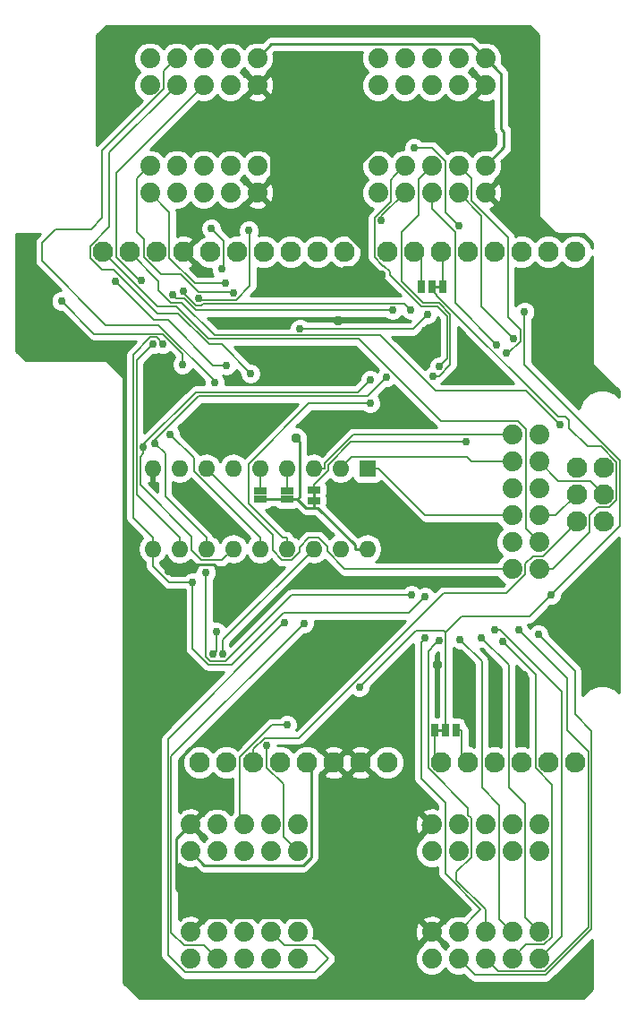
<source format=gbl>
G04 #@! TF.FileFunction,Copper,L2,Bot,Signal*
%FSLAX46Y46*%
G04 Gerber Fmt 4.6, Leading zero omitted, Abs format (unit mm)*
G04 Created by KiCad (PCBNEW 4.0.7) date 04/09/18 16:23:24*
%MOMM*%
%LPD*%
G01*
G04 APERTURE LIST*
%ADD10C,0.100000*%
%ADD11C,0.254000*%
%ADD12C,1.879600*%
%ADD13R,1.270000X0.635000*%
%ADD14R,0.635000X1.270000*%
%ADD15R,1.600000X1.600000*%
%ADD16O,1.600000X1.600000*%
%ADD17C,1.930400*%
%ADD18C,0.950000*%
%ADD19C,0.762000*%
%ADD20C,0.250000*%
%ADD21C,0.152400*%
G04 APERTURE END LIST*
D10*
D11*
X128524000Y-121158000D02*
X128524000Y-120142000D01*
X139700000Y-100965000D02*
X140716000Y-100965000D01*
X140970000Y-142875000D02*
X139954000Y-142875000D01*
D12*
X113030000Y-92075000D03*
X113030000Y-89535000D03*
X115570000Y-92075000D03*
X115570000Y-89535000D03*
X118110000Y-92075000D03*
X118110000Y-89535000D03*
X120650000Y-92075000D03*
X120650000Y-89535000D03*
X123190000Y-92075000D03*
X123190000Y-89535000D03*
X113030000Y-81915000D03*
X113030000Y-79375000D03*
X115570000Y-81915000D03*
X115570000Y-79375000D03*
X118110000Y-81915000D03*
X118110000Y-79375000D03*
X120650000Y-81915000D03*
X120650000Y-79375000D03*
X123190000Y-81915000D03*
X123190000Y-79375000D03*
X134620000Y-81915000D03*
X134620000Y-79375000D03*
X137160000Y-81915000D03*
X137160000Y-79375000D03*
X139700000Y-81915000D03*
X139700000Y-79375000D03*
X142240000Y-81915000D03*
X142240000Y-79375000D03*
X144780000Y-81915000D03*
X144780000Y-79375000D03*
X134620000Y-92075000D03*
X134620000Y-89535000D03*
X137160000Y-92075000D03*
X137160000Y-89535000D03*
X139700000Y-92075000D03*
X139700000Y-89535000D03*
X142240000Y-92075000D03*
X142240000Y-89535000D03*
X144780000Y-92075000D03*
X144780000Y-89535000D03*
X127000000Y-161925000D03*
X127000000Y-164465000D03*
X124460000Y-161925000D03*
X124460000Y-164465000D03*
X121920000Y-161925000D03*
X121920000Y-164465000D03*
X119380000Y-161925000D03*
X119380000Y-164465000D03*
X116840000Y-161925000D03*
X116840000Y-164465000D03*
X127000000Y-151765000D03*
X127000000Y-154305000D03*
X124460000Y-151765000D03*
X124460000Y-154305000D03*
X121920000Y-151765000D03*
X121920000Y-154305000D03*
X119380000Y-151765000D03*
X119380000Y-154305000D03*
X116840000Y-151765000D03*
X116840000Y-154305000D03*
X149860000Y-161925000D03*
X149860000Y-164465000D03*
X147320000Y-161925000D03*
X147320000Y-164465000D03*
X144780000Y-161925000D03*
X144780000Y-164465000D03*
X142240000Y-161925000D03*
X142240000Y-164465000D03*
X139700000Y-161925000D03*
X139700000Y-164465000D03*
X149860000Y-151765000D03*
X149860000Y-154305000D03*
X147320000Y-151765000D03*
X147320000Y-154305000D03*
X144780000Y-151765000D03*
X144780000Y-154305000D03*
X142240000Y-151765000D03*
X142240000Y-154305000D03*
X139700000Y-151765000D03*
X139700000Y-154305000D03*
X149860000Y-127635000D03*
X147320000Y-127635000D03*
X149860000Y-125095000D03*
X147320000Y-125095000D03*
X149860000Y-122555000D03*
X147320000Y-122555000D03*
X149860000Y-120015000D03*
X147320000Y-120015000D03*
X149860000Y-117475000D03*
X147320000Y-117475000D03*
X149860000Y-114935000D03*
X147320000Y-114935000D03*
D13*
X128524000Y-121158000D03*
X128524000Y-120142000D03*
X125984000Y-121056400D03*
X125984000Y-120243600D03*
X123444000Y-121056400D03*
X123444000Y-120243600D03*
D14*
X138684000Y-100965000D03*
X139700000Y-100965000D03*
X140716000Y-100965000D03*
X141986000Y-142875000D03*
X140970000Y-142875000D03*
X139954000Y-142875000D03*
D15*
X133604000Y-118110000D03*
D16*
X113284000Y-125730000D03*
X131064000Y-118110000D03*
X115824000Y-125730000D03*
X128524000Y-118110000D03*
X118364000Y-125730000D03*
X125984000Y-118110000D03*
X120904000Y-125730000D03*
X123444000Y-118110000D03*
X123444000Y-125730000D03*
X120904000Y-118110000D03*
X125984000Y-125730000D03*
X118364000Y-118110000D03*
X128524000Y-125730000D03*
X115824000Y-118110000D03*
X131064000Y-125730000D03*
X113284000Y-118110000D03*
X133604000Y-125730000D03*
D17*
X125349000Y-145923000D03*
X127889000Y-145923000D03*
X140589000Y-145923000D03*
X143129000Y-145923000D03*
X145669000Y-145923000D03*
X148209000Y-145923000D03*
X150749000Y-145923000D03*
X153289000Y-145923000D03*
X113665000Y-97663000D03*
X153289000Y-97663000D03*
X150749000Y-97663000D03*
X148209000Y-97663000D03*
X145669000Y-97663000D03*
X143129000Y-97663000D03*
X140589000Y-97663000D03*
X138049000Y-97663000D03*
X135509000Y-97663000D03*
X131445000Y-97663000D03*
X128905000Y-97663000D03*
X126365000Y-97663000D03*
X123825000Y-97663000D03*
X121285000Y-97663000D03*
X118745000Y-97663000D03*
X130429000Y-145923000D03*
X132969000Y-145923000D03*
X116205000Y-97663000D03*
X155968700Y-123111260D03*
X120269000Y-145923000D03*
X153428700Y-118033800D03*
X155968700Y-120573800D03*
X117729000Y-145923000D03*
X122809000Y-145923000D03*
X153428700Y-123111260D03*
X153428700Y-120573800D03*
X108585000Y-97663000D03*
X111125000Y-97663000D03*
X155968700Y-118033800D03*
X135509000Y-145923000D03*
D18*
X114851074Y-127749798D03*
X133731000Y-162941000D03*
X121412000Y-157480000D03*
X131064000Y-157480000D03*
X138684000Y-167640000D03*
X113284000Y-153924000D03*
X113284000Y-132588000D03*
X148336000Y-137668000D03*
X145796000Y-137160000D03*
X140208000Y-136652000D03*
X142240000Y-137160000D03*
X141339072Y-128834294D03*
X154940000Y-132080000D03*
X130429000Y-113665000D03*
X120015000Y-116459000D03*
D19*
X139065248Y-105096940D03*
D18*
X154305000Y-107950000D03*
X142875000Y-106045000D03*
X130810000Y-104140000D03*
X130175000Y-100330000D03*
X132080000Y-122809000D03*
X118618000Y-85979000D03*
X129032000Y-85725000D03*
X123190000Y-85979000D03*
X114554000Y-108077000D03*
X124460000Y-107335000D03*
X134891000Y-99839900D03*
X126492000Y-123063000D03*
X119126000Y-123063000D03*
D19*
X118336850Y-127988432D03*
X113348700Y-106359400D03*
X137795000Y-130099700D03*
X115153400Y-101676500D03*
X136017000Y-103166500D03*
X113491500Y-115731900D03*
X135456900Y-109461300D03*
X114935000Y-114905400D03*
X133884400Y-111974100D03*
X119934500Y-135684505D03*
X117069355Y-128895630D03*
X114286100Y-106359400D03*
X116212000Y-101397700D03*
X137738500Y-103171700D03*
X139065000Y-130267500D03*
X139290659Y-103581709D03*
X127235200Y-104921300D03*
X150960700Y-130107800D03*
X148498500Y-103312600D03*
X132850700Y-138819600D03*
X120205500Y-100623800D03*
D18*
X126872500Y-115257300D03*
D19*
X151851360Y-114018060D03*
X120929800Y-101538100D03*
X119803700Y-99288200D03*
X118840700Y-95449800D03*
X117660800Y-102057600D03*
X122398400Y-95635500D03*
X120248700Y-108391100D03*
X109739500Y-100429100D03*
X122555000Y-109155300D03*
X119137700Y-109989200D03*
X112202300Y-100368500D03*
X116095500Y-108300600D03*
X104648000Y-102319800D03*
X142264700Y-95216200D03*
X138024500Y-87849200D03*
X134933400Y-94718800D03*
X140439400Y-108465500D03*
X145870400Y-106465500D03*
X139827000Y-109422600D03*
X147447000Y-105822300D03*
X146738800Y-107244100D03*
X125732700Y-132668600D03*
X118997100Y-135684505D03*
X119295200Y-133539400D03*
X127635000Y-132746500D03*
X124059500Y-144297900D03*
X126000400Y-142367100D03*
X144435500Y-134129000D03*
X145691400Y-133392200D03*
X142398900Y-134270800D03*
X146427600Y-134507800D03*
X140395300Y-134391900D03*
X147955000Y-133396500D03*
X139073100Y-134155600D03*
X149797100Y-133802500D03*
X142961806Y-115634679D03*
X112414900Y-116147000D03*
X133874400Y-109747500D03*
D20*
X138811000Y-151765000D02*
X138925284Y-151879284D01*
X138925284Y-151879284D02*
X138925284Y-152582408D01*
X138925284Y-152582408D02*
X137887344Y-153620348D01*
X137887344Y-153620348D02*
X137887344Y-154903274D01*
X137887344Y-154903274D02*
X138925284Y-155941214D01*
X138925284Y-155941214D02*
X138925284Y-159952916D01*
X138925284Y-159952916D02*
X138326600Y-160551600D01*
X135636000Y-148336000D02*
X135382000Y-148336000D01*
X135382000Y-148336000D02*
X132969000Y-145923000D01*
X138125201Y-150825201D02*
X135636000Y-148336000D01*
X139700000Y-151765000D02*
X138760201Y-150825201D01*
X138760201Y-150825201D02*
X138125201Y-150825201D01*
X132969000Y-145923000D02*
X133012408Y-145923000D01*
X138811000Y-151721592D02*
X138811000Y-151765000D01*
X123190000Y-92075000D02*
X120964558Y-94300442D01*
X120964558Y-94300442D02*
X117657766Y-94300442D01*
X117657766Y-94300442D02*
X117365418Y-94592790D01*
X117365418Y-94592790D02*
X117365418Y-96502582D01*
X117365418Y-96502582D02*
X116205000Y-97663000D01*
X115326073Y-127274799D02*
X114851074Y-127749798D01*
X115368459Y-127232413D02*
X115326073Y-127274799D01*
X120396000Y-128524000D02*
X119104413Y-127232413D01*
X119104413Y-127232413D02*
X115368459Y-127232413D01*
X135001000Y-160551600D02*
X129032000Y-160551600D01*
X138326600Y-160551600D02*
X135001000Y-160551600D01*
X135001000Y-160551600D02*
X135001000Y-161671000D01*
X135001000Y-161671000D02*
X133731000Y-162941000D01*
X131064000Y-157480000D02*
X121412000Y-157480000D01*
X129032000Y-160551600D02*
X118213400Y-160551600D01*
X129032000Y-160551600D02*
X129032000Y-159512000D01*
X129032000Y-159512000D02*
X131064000Y-157480000D01*
X138684000Y-167640000D02*
X138684000Y-166968249D01*
X112776000Y-133096000D02*
X112776000Y-153416000D01*
X112776000Y-153416000D02*
X113284000Y-153924000D01*
X113284000Y-132588000D02*
X112776000Y-133096000D01*
X139065248Y-105635755D02*
X139065248Y-105096940D01*
X139065248Y-106679752D02*
X139065248Y-105635755D01*
X139065000Y-106680000D02*
X139065248Y-106679752D01*
X134111100Y-99060000D02*
X134891000Y-99839900D01*
X133440500Y-98389400D02*
X134111100Y-99060000D01*
X134111100Y-99060000D02*
X131445000Y-99060000D01*
X131445000Y-99060000D02*
X130175000Y-100330000D01*
X123190000Y-85979000D02*
X118618000Y-85979000D01*
X129032000Y-85979000D02*
X145542000Y-85979000D01*
X123190000Y-85979000D02*
X129032000Y-85979000D01*
X129032000Y-85979000D02*
X129032000Y-85725000D01*
X114554000Y-108077000D02*
X114300000Y-107823000D01*
X114300000Y-107823000D02*
X114046000Y-107823000D01*
X115509600Y-157847800D02*
X118213400Y-160551600D01*
X115509600Y-153095400D02*
X115509600Y-157847800D01*
X116840000Y-151765000D02*
X115509600Y-153095400D01*
X118213400Y-160551600D02*
X116840000Y-161925000D01*
X138811000Y-151765000D02*
X139700000Y-151765000D01*
X139700000Y-161925000D02*
X138326600Y-160551600D01*
X124522600Y-83247600D02*
X123190000Y-81915000D01*
X124522600Y-90742400D02*
X124522600Y-83247600D01*
X123190000Y-92075000D02*
X124522600Y-90742400D01*
X135478800Y-86764600D02*
X128994800Y-93248600D01*
X139930400Y-86764600D02*
X135478800Y-86764600D01*
X144780000Y-81915000D02*
X139930400Y-86764600D01*
X126488500Y-90742400D02*
X128994800Y-93248600D01*
X124522600Y-90742400D02*
X126488500Y-90742400D01*
X133440500Y-97694400D02*
X133440500Y-98389400D01*
X128994800Y-93248600D02*
X133440500Y-97694400D01*
D21*
X118712967Y-136316707D02*
X118336850Y-135940590D01*
X120218633Y-136316707D02*
X118712967Y-136316707D01*
X118336850Y-135940590D02*
X118336850Y-128527247D01*
X118336850Y-128527247D02*
X118336850Y-127988432D01*
X137795000Y-130099700D02*
X126435640Y-130099700D01*
X126435640Y-130099700D02*
X120218633Y-136316707D01*
X115824000Y-125730000D02*
X115824000Y-124678500D01*
X111773300Y-107934800D02*
X113348700Y-106359400D01*
X111773300Y-120627800D02*
X111773300Y-107934800D01*
X115824000Y-124678500D02*
X111773300Y-120627800D01*
X115507200Y-102030300D02*
X115153400Y-101676500D01*
X116275500Y-102030300D02*
X115507200Y-102030300D01*
X117411700Y-103166500D02*
X116275500Y-102030300D01*
X136017000Y-103166500D02*
X117411700Y-103166500D01*
X118364000Y-125730000D02*
X118364000Y-124678500D01*
X114466400Y-116706800D02*
X113491500Y-115731900D01*
X114466400Y-120780900D02*
X114466400Y-116706800D01*
X118364000Y-124678500D02*
X114466400Y-120780900D01*
X133620200Y-111298000D02*
X135456900Y-109461300D01*
X117647700Y-111298000D02*
X133620200Y-111298000D01*
X113491500Y-115454200D02*
X117647700Y-111298000D01*
X113491500Y-115731900D02*
X113491500Y-115454200D01*
X123444000Y-125730000D02*
X123444000Y-124678500D01*
X117176600Y-117147000D02*
X114935000Y-114905400D01*
X117176600Y-118411100D02*
X117176600Y-117147000D01*
X123444000Y-124678500D02*
X117176600Y-118411100D01*
X128057600Y-111974100D02*
X133884400Y-111974100D01*
X122358200Y-117673500D02*
X128057600Y-111974100D01*
X122358200Y-121420200D02*
X122358200Y-117673500D01*
X125616500Y-124678500D02*
X122358200Y-121420200D01*
X125984000Y-124678500D02*
X125616500Y-124678500D01*
X125984000Y-125730000D02*
X125984000Y-124678500D01*
X119934500Y-135145690D02*
X119934500Y-135684505D01*
X119934500Y-134319500D02*
X119934500Y-135145690D01*
X128524000Y-125730000D02*
X119934500Y-134319500D01*
X117069355Y-135155449D02*
X117069355Y-129434445D01*
X118558024Y-136644118D02*
X117069355Y-135155449D01*
X120801682Y-136644118D02*
X118558024Y-136644118D01*
X125643700Y-131802100D02*
X120801682Y-136644118D01*
X139065000Y-130267500D02*
X137530400Y-131802100D01*
X137530400Y-131802100D02*
X125643700Y-131802100D01*
X116530540Y-128895630D02*
X117069355Y-128895630D01*
X114811128Y-128895630D02*
X116530540Y-128895630D01*
X117069355Y-129434445D02*
X117069355Y-128895630D01*
X113284000Y-127368502D02*
X114811128Y-128895630D01*
X113284000Y-125511400D02*
X113284000Y-127368502D01*
X113284000Y-125204200D02*
X113284000Y-125292900D01*
X113284000Y-125204200D02*
X113284000Y-124678500D01*
X137100700Y-102533900D02*
X137738500Y-103171700D01*
X118079100Y-102533900D02*
X137100700Y-102533900D01*
X117922900Y-102690100D02*
X118079100Y-102533900D01*
X117398800Y-102690100D02*
X117922900Y-102690100D01*
X116212000Y-101503300D02*
X117398800Y-102690100D01*
X116212000Y-101397700D02*
X116212000Y-101503300D01*
X113653600Y-105726900D02*
X114286100Y-106359400D01*
X113086700Y-105726900D02*
X113653600Y-105726900D01*
X111430900Y-107382700D02*
X113086700Y-105726900D01*
X113284000Y-125730000D02*
X113284000Y-125511400D01*
X113284000Y-125511400D02*
X113284000Y-125292900D01*
X111430900Y-122825400D02*
X111430900Y-107382700D01*
X113284000Y-124678500D02*
X111430900Y-122825400D01*
X130405522Y-104921300D02*
X130425423Y-104941201D01*
X127235200Y-104921300D02*
X130405522Y-104921300D01*
X130425423Y-104941201D02*
X137931167Y-104941201D01*
X138909660Y-103962708D02*
X139290659Y-103581709D01*
X137931167Y-104941201D02*
X138909660Y-103962708D01*
X150960700Y-130107800D02*
X157515400Y-123553100D01*
X157515400Y-123553100D02*
X157515400Y-117370600D01*
X157515400Y-117370600D02*
X148498500Y-108353700D01*
X148498500Y-108353700D02*
X148498500Y-103312600D01*
X140970000Y-142875000D02*
X140970000Y-141988500D01*
X141027800Y-141930700D02*
X141027800Y-133615400D01*
X140970000Y-141988500D02*
X141027800Y-141930700D01*
X148935500Y-132133000D02*
X150960700Y-130107800D01*
X142510200Y-132133000D02*
X148935500Y-132133000D01*
X141027800Y-133615400D02*
X142510200Y-132133000D01*
X138217800Y-133452500D02*
X132850700Y-138819600D01*
X140864900Y-133452500D02*
X138217800Y-133452500D01*
X141027800Y-133615400D02*
X140864900Y-133452500D01*
X125984000Y-118110000D02*
X125984000Y-120243600D01*
X123444000Y-118110000D02*
X123444000Y-120243600D01*
X114882000Y-93927000D02*
X113030000Y-92075000D01*
X114882000Y-98205600D02*
X114882000Y-93927000D01*
X117300200Y-100623800D02*
X114882000Y-98205600D01*
X120205500Y-100623800D02*
X117300200Y-100623800D01*
D20*
X146296010Y-86025888D02*
X146296010Y-80891010D01*
X146296010Y-80891010D02*
X145719799Y-80314799D01*
X146550010Y-86279888D02*
X146296010Y-86025888D01*
X145719799Y-80314799D02*
X144780000Y-79375000D01*
X146550010Y-87764990D02*
X146550010Y-86279888D01*
X144780000Y-89535000D02*
X146550010Y-87764990D01*
X118163000Y-155628000D02*
X116840000Y-154305000D01*
X127538700Y-155628000D02*
X118163000Y-155628000D01*
X128315200Y-154851500D02*
X127538700Y-155628000D01*
X128315200Y-146349200D02*
X128315200Y-154851500D01*
X127889000Y-145923000D02*
X128315200Y-146349200D01*
X143446000Y-78041000D02*
X144780000Y-79375000D01*
X124524000Y-78041000D02*
X143446000Y-78041000D01*
X123190000Y-79375000D02*
X124524000Y-78041000D01*
X125984000Y-121056400D02*
X124973700Y-121056400D01*
X124973700Y-121056400D02*
X123444000Y-121056400D01*
X125984000Y-121056400D02*
X126994300Y-121056400D01*
X127196100Y-120854600D02*
X126994300Y-121056400D01*
X127196100Y-115580900D02*
X127196100Y-120854600D01*
X126872500Y-115257300D02*
X127196100Y-115580900D01*
X133604000Y-125730000D02*
X132428700Y-125730000D01*
X128524000Y-121158000D02*
X128524000Y-121850800D01*
X127788700Y-121850800D02*
X126994300Y-121056400D01*
X128524000Y-121850800D02*
X127788700Y-121850800D01*
X132428700Y-125362600D02*
X132428700Y-125730000D01*
X128916900Y-121850800D02*
X132428700Y-125362600D01*
X128524000Y-121850800D02*
X128916900Y-121850800D01*
D21*
X139954000Y-145288000D02*
X140589000Y-145923000D01*
X139954000Y-142875000D02*
X139954000Y-145288000D01*
X142555000Y-145349000D02*
X143129000Y-145923000D01*
X142555000Y-142875000D02*
X142555000Y-145349000D01*
X141986000Y-142875000D02*
X142555000Y-142875000D01*
X140716000Y-97790000D02*
X140589000Y-97663000D01*
X140716000Y-100965000D02*
X140716000Y-97790000D01*
X138684000Y-100965000D02*
X138684000Y-98298000D01*
X138684000Y-98298000D02*
X138049000Y-97663000D01*
X154698700Y-119303800D02*
X155968700Y-120573800D01*
X151688800Y-119303800D02*
X154698700Y-119303800D01*
X149860000Y-117475000D02*
X151688800Y-119303800D01*
X122809000Y-144653700D02*
X122809000Y-145923000D01*
X123864500Y-143598200D02*
X122809000Y-144653700D01*
X127143100Y-143598200D02*
X123864500Y-143598200D01*
X140827800Y-129913500D02*
X127143100Y-143598200D01*
X146745800Y-129913500D02*
X140827800Y-129913500D01*
X148567900Y-128091400D02*
X146745800Y-129913500D01*
X148567900Y-127146500D02*
X148567900Y-128091400D01*
X149270800Y-126443600D02*
X148567900Y-127146500D01*
X150205200Y-126443600D02*
X149270800Y-126443600D01*
X153428700Y-123220100D02*
X150205200Y-126443600D01*
X153428700Y-123111300D02*
X153428700Y-123220100D01*
X151447500Y-122555000D02*
X153428700Y-120573800D01*
X149860000Y-122555000D02*
X151447500Y-122555000D01*
X148590000Y-123825000D02*
X149860000Y-125095000D01*
X148590000Y-114426600D02*
X148590000Y-123825000D01*
X147837600Y-113674200D02*
X148590000Y-114426600D01*
X140564600Y-113674200D02*
X147837600Y-113674200D01*
X132772100Y-105881700D02*
X140564600Y-113674200D01*
X118566900Y-105881700D02*
X132772100Y-105881700D01*
X115486700Y-102801500D02*
X118566900Y-105881700D01*
X113723500Y-102801500D02*
X115486700Y-102801500D01*
X108585000Y-97663000D02*
X113723500Y-102801500D01*
X148634500Y-110801200D02*
X151470361Y-113637061D01*
X134850700Y-105553900D02*
X140098000Y-110801200D01*
X151470361Y-113637061D02*
X151851360Y-114018060D01*
X113871500Y-100409500D02*
X113871500Y-101289400D01*
X115016300Y-102434200D02*
X116056300Y-102434200D01*
X111125000Y-97663000D02*
X113871500Y-100409500D01*
X116056300Y-102434200D02*
X119176000Y-105553900D01*
X119176000Y-105553900D02*
X134850700Y-105553900D01*
X140098000Y-110801200D02*
X148634500Y-110801200D01*
X113871500Y-101289400D02*
X115016300Y-102434200D01*
X111838600Y-90726400D02*
X113030000Y-89535000D01*
X111838600Y-95815900D02*
X111838600Y-90726400D01*
X112448200Y-96425500D02*
X111838600Y-95815900D01*
X112448200Y-98167700D02*
X112448200Y-96425500D01*
X114048400Y-99767900D02*
X112448200Y-98167700D01*
X115980800Y-99767900D02*
X114048400Y-99767900D01*
X117637900Y-101425000D02*
X115980800Y-99767900D01*
X120816700Y-101425000D02*
X117637900Y-101425000D01*
X120929800Y-101538100D02*
X120816700Y-101425000D01*
X119986600Y-99105300D02*
X119803700Y-99288200D01*
X119986600Y-96595700D02*
X119986600Y-99105300D01*
X118840700Y-95449800D02*
X119986600Y-96595700D01*
X122501800Y-95738900D02*
X122398400Y-95635500D01*
X122501800Y-100888400D02*
X122501800Y-95738900D01*
X121184100Y-102206100D02*
X122501800Y-100888400D01*
X117809300Y-102206100D02*
X121184100Y-102206100D01*
X117660800Y-102057600D02*
X117809300Y-102206100D01*
X113398600Y-104088200D02*
X109739500Y-100429100D01*
X114720100Y-104088200D02*
X113398600Y-104088200D01*
X119023000Y-108391100D02*
X114720100Y-104088200D01*
X120248700Y-108391100D02*
X119023000Y-108391100D01*
X119802700Y-106403000D02*
X122555000Y-109155300D01*
X118624600Y-106403000D02*
X119802700Y-106403000D01*
X115710000Y-103488400D02*
X118624600Y-106403000D01*
X113740400Y-103488400D02*
X115710000Y-103488400D01*
X109577900Y-99325900D02*
X113740400Y-103488400D01*
X108480700Y-99325900D02*
X109577900Y-99325900D01*
X107365100Y-98210300D02*
X108480700Y-99325900D01*
X107365100Y-97133000D02*
X107365100Y-98210300D01*
X109198000Y-95300100D02*
X107365100Y-97133000D01*
X109198000Y-88287000D02*
X109198000Y-95300100D01*
X115570000Y-81915000D02*
X109198000Y-88287000D01*
X119137700Y-109832400D02*
X119137700Y-109989200D01*
X113856700Y-104551400D02*
X119137700Y-109832400D01*
X108842400Y-104551400D02*
X113856700Y-104551400D01*
X102823500Y-98532500D02*
X108842400Y-104551400D01*
X102823500Y-96809000D02*
X102823500Y-98532500D01*
X104120900Y-95511600D02*
X102823500Y-96809000D01*
X107449200Y-95511600D02*
X104120900Y-95511600D01*
X108522900Y-94437900D02*
X107449200Y-95511600D01*
X108522900Y-88106900D02*
X108522900Y-94437900D01*
X114378600Y-82251200D02*
X108522900Y-88106900D01*
X114378600Y-80566400D02*
X114378600Y-82251200D01*
X115570000Y-79375000D02*
X114378600Y-80566400D01*
X112202300Y-100368400D02*
X112202300Y-100368500D01*
X112086800Y-100368400D02*
X112202300Y-100368400D01*
X109855000Y-98136600D02*
X112086800Y-100368400D01*
X109855000Y-90170000D02*
X109855000Y-98136600D01*
X118110000Y-81915000D02*
X109855000Y-90170000D01*
X116095500Y-107271900D02*
X116095500Y-108300600D01*
X114222700Y-105399100D02*
X116095500Y-107271900D01*
X107727300Y-105399100D02*
X114222700Y-105399100D01*
X104648000Y-102319800D02*
X107727300Y-105399100D01*
X140970000Y-93921500D02*
X142264700Y-95216200D01*
X140970000Y-89109500D02*
X140970000Y-93921500D01*
X139709700Y-87849200D02*
X140970000Y-89109500D01*
X138024500Y-87849200D02*
X139709700Y-87849200D01*
X134933400Y-94301600D02*
X134933400Y-94718800D01*
X137160000Y-92075000D02*
X134933400Y-94301600D01*
X141144232Y-107760668D02*
X141144232Y-103709257D01*
X134289100Y-98182200D02*
X134289100Y-94460700D01*
X140439400Y-108465500D02*
X141144232Y-107760668D01*
X141144232Y-103709257D02*
X140238362Y-102803387D01*
X140238362Y-102803387D02*
X138732487Y-102803387D01*
X135767900Y-99546700D02*
X135184200Y-98963000D01*
X135767900Y-99838800D02*
X135767900Y-99546700D01*
X135069900Y-98963000D02*
X134289100Y-98182200D01*
X138732487Y-102803387D02*
X135767900Y-99838800D01*
X135184200Y-98963000D02*
X135069900Y-98963000D01*
X135811400Y-90883600D02*
X136220201Y-90474799D01*
X135811400Y-92938400D02*
X135811400Y-90883600D01*
X134289100Y-94460700D02*
X135811400Y-92938400D01*
X136220201Y-90474799D02*
X137160000Y-89535000D01*
X141912200Y-102507300D02*
X145870400Y-106465500D01*
X141912200Y-95780900D02*
X141912200Y-102507300D01*
X139700000Y-93568700D02*
X141912200Y-95780900D01*
X139700000Y-92075000D02*
X139700000Y-93568700D01*
X136830700Y-100420000D02*
X138886676Y-102475976D01*
X141471643Y-108327857D02*
X140376900Y-109422600D01*
X138430000Y-94199700D02*
X136830700Y-95799000D01*
X141471643Y-103573639D02*
X141471643Y-108327857D01*
X138886676Y-102475976D02*
X140373980Y-102475976D01*
X140376900Y-109422600D02*
X140365815Y-109422600D01*
X138430000Y-90805000D02*
X138430000Y-94199700D01*
X139700000Y-89535000D02*
X138430000Y-90805000D01*
X136830700Y-95799000D02*
X136830700Y-100420000D01*
X140373980Y-102475976D02*
X141471643Y-103573639D01*
X140365815Y-109422600D02*
X139827000Y-109422600D01*
X144399100Y-94234100D02*
X142240000Y-92075000D01*
X144399100Y-102774400D02*
X144399100Y-94234100D01*
X147447000Y-105822300D02*
X144399100Y-102774400D01*
X143431400Y-90726400D02*
X142240000Y-89535000D01*
X143431400Y-92802900D02*
X143431400Y-90726400D01*
X146939000Y-96310500D02*
X143431400Y-92802900D01*
X146939000Y-103854300D02*
X146939000Y-96310500D01*
X148087000Y-105002300D02*
X146939000Y-103854300D01*
X148087000Y-106079700D02*
X148087000Y-105002300D01*
X146922600Y-107244100D02*
X148087000Y-106079700D01*
X146738800Y-107244100D02*
X146922600Y-107244100D01*
X124460000Y-161925000D02*
X125730100Y-163195100D01*
X125730100Y-163195100D02*
X128618572Y-163195100D01*
X128618572Y-163195100D02*
X129897577Y-164474105D01*
X129897577Y-164474105D02*
X128608582Y-165763100D01*
X128608582Y-165763100D02*
X116347200Y-165763100D01*
X116347200Y-165763100D02*
X114730200Y-164146100D01*
X114730200Y-164146100D02*
X114730200Y-143671100D01*
X114730200Y-143671100D02*
X125351701Y-133049599D01*
X125351701Y-133049599D02*
X125732700Y-132668600D01*
X119295200Y-135386405D02*
X118997100Y-135684505D01*
X119295200Y-133539400D02*
X119295200Y-135386405D01*
X115058000Y-145323500D02*
X127635000Y-132746500D01*
X115058000Y-161983300D02*
X115058000Y-145323500D01*
X116269700Y-163195000D02*
X115058000Y-161983300D01*
X118110000Y-163195000D02*
X116269700Y-163195000D01*
X119380000Y-164465000D02*
X118110000Y-163195000D01*
X125651400Y-152956400D02*
X127000000Y-154305000D01*
X125651400Y-147977800D02*
X125651400Y-152956400D01*
X124059500Y-146385900D02*
X125651400Y-147977800D01*
X124059500Y-144297900D02*
X124059500Y-146385900D01*
X124611600Y-142367100D02*
X126000400Y-142367100D01*
X121539100Y-145439600D02*
X124611600Y-142367100D01*
X121539100Y-151384100D02*
X121539100Y-145439600D01*
X121920000Y-151765000D02*
X121539100Y-151384100D01*
X148511400Y-160576400D02*
X149860000Y-161925000D01*
X148511400Y-149830200D02*
X148511400Y-160576400D01*
X146992200Y-148311000D02*
X148511400Y-149830200D01*
X146992200Y-136685700D02*
X146992200Y-148311000D01*
X144435500Y-134129000D02*
X146992200Y-136685700D01*
X152019000Y-162306000D02*
X149860000Y-164465000D01*
X152019000Y-139199400D02*
X152019000Y-162306000D01*
X146211800Y-133392200D02*
X152019000Y-139199400D01*
X145691400Y-133392200D02*
X146211800Y-133392200D01*
X146128600Y-160733600D02*
X147320000Y-161925000D01*
X146128600Y-149987400D02*
X146128600Y-160733600D01*
X144452200Y-148311000D02*
X146128600Y-149987400D01*
X144452200Y-136324100D02*
X144452200Y-148311000D01*
X142398900Y-134270800D02*
X144452200Y-136324100D01*
X149532200Y-137612400D02*
X146427600Y-134507800D01*
X149532200Y-146458600D02*
X149532200Y-137612400D01*
X151088000Y-148014400D02*
X149532200Y-146458600D01*
X151088000Y-162389100D02*
X151088000Y-148014400D01*
X150360700Y-163116400D02*
X151088000Y-162389100D01*
X148668600Y-163116400D02*
X150360700Y-163116400D01*
X147320000Y-164465000D02*
X148668600Y-163116400D01*
X144780000Y-161925000D02*
X144780000Y-159789288D01*
X144780000Y-159789288D02*
X142054222Y-157063510D01*
X142054222Y-157063510D02*
X142054222Y-156253460D01*
X143431001Y-151193319D02*
X143146222Y-150908540D01*
X142054222Y-156253460D02*
X143431001Y-154876681D01*
X143146222Y-150908540D02*
X143146222Y-150234222D01*
X143431001Y-154876681D02*
X143431001Y-151193319D01*
X139371100Y-146459100D02*
X139371100Y-135416100D01*
X143146222Y-150234222D02*
X139371100Y-146459100D01*
X139371100Y-135416100D02*
X140014301Y-134772899D01*
X140014301Y-134772899D02*
X140395300Y-134391900D01*
X145977500Y-165662500D02*
X144780000Y-164465000D01*
X150375800Y-165662500D02*
X145977500Y-165662500D01*
X154520200Y-161518100D02*
X150375800Y-165662500D01*
X154520200Y-144859500D02*
X154520200Y-161518100D01*
X152496300Y-142835600D02*
X154520200Y-144859500D01*
X152496300Y-137937800D02*
X152496300Y-142835600D01*
X147955000Y-133396500D02*
X152496300Y-137937800D01*
X139073100Y-134155600D02*
X138692101Y-134536599D01*
X144346342Y-159818658D02*
X142240000Y-161925000D01*
X140966300Y-149715000D02*
X140966300Y-156438616D01*
X138692101Y-134536599D02*
X138692101Y-147440801D01*
X138692101Y-147440801D02*
X140966300Y-149715000D01*
X140966300Y-156438616D02*
X144346342Y-159818658D01*
X143774600Y-165999600D02*
X142240000Y-164465000D01*
X150503700Y-165999600D02*
X143774600Y-165999600D01*
X154848000Y-161655300D02*
X150503700Y-165999600D01*
X154848000Y-142954500D02*
X154848000Y-161655300D01*
X153248100Y-141354600D02*
X154848000Y-142954500D01*
X153248100Y-137253500D02*
X153248100Y-141354600D01*
X149797100Y-133802500D02*
X153248100Y-137253500D01*
X151646299Y-113248699D02*
X152368177Y-113248699D01*
X155730800Y-116049500D02*
X157185900Y-117504600D01*
X152696921Y-113577443D02*
X152696921Y-114299321D01*
X152368177Y-113248699D02*
X152696921Y-113577443D01*
X139700000Y-100965000D02*
X139700000Y-101282500D01*
X154447100Y-116049500D02*
X155730800Y-116049500D01*
X152696921Y-114299321D02*
X154447100Y-116049500D01*
X157185900Y-121079700D02*
X156460400Y-121805200D01*
X156460400Y-121805200D02*
X155412200Y-121805200D01*
X155412200Y-121805200D02*
X154645700Y-122571700D01*
X157185900Y-117504600D02*
X157185900Y-121079700D01*
X154645700Y-122571700D02*
X154645700Y-124178377D01*
X139700000Y-101282500D02*
X140169900Y-101752400D01*
X140169900Y-101752400D02*
X140169900Y-101772300D01*
X140169900Y-101772300D02*
X151646299Y-113248699D01*
X151189077Y-127635000D02*
X149860000Y-127635000D01*
X154645700Y-124178377D02*
X151189077Y-127635000D01*
X131468000Y-127635000D02*
X147320000Y-127635000D01*
X129794000Y-125961000D02*
X131468000Y-127635000D01*
X129794000Y-125503300D02*
X129794000Y-125961000D01*
X128955400Y-124664700D02*
X129794000Y-125503300D01*
X128076900Y-124664700D02*
X128955400Y-124664700D01*
X127175700Y-125565900D02*
X128076900Y-124664700D01*
X127175700Y-126025500D02*
X127175700Y-125565900D01*
X126419500Y-126781700D02*
X127175700Y-126025500D01*
X125544200Y-126781700D02*
X126419500Y-126781700D01*
X124638300Y-125875800D02*
X125544200Y-126781700D01*
X124638300Y-124384300D02*
X124638300Y-125875800D01*
X118364000Y-118110000D02*
X124638300Y-124384300D01*
X139100500Y-122555000D02*
X147320000Y-122555000D01*
X134655500Y-118110000D02*
X139100500Y-122555000D01*
X133604000Y-118110000D02*
X134655500Y-118110000D01*
X143033423Y-117058400D02*
X143474580Y-117499557D01*
X144081496Y-117499557D02*
X144106053Y-117475000D01*
X132115600Y-117058400D02*
X143033423Y-117058400D01*
X144106053Y-117475000D02*
X145990923Y-117475000D01*
X131064000Y-118110000D02*
X132115600Y-117058400D01*
X143474580Y-117499557D02*
X144081496Y-117499557D01*
X145990923Y-117475000D02*
X147320000Y-117475000D01*
X132051521Y-115634679D02*
X142422991Y-115634679D01*
X129903300Y-117782900D02*
X132051521Y-115634679D01*
X129903300Y-118292800D02*
X129903300Y-117782900D01*
X128524000Y-120142000D02*
X128524000Y-119672100D01*
X128524000Y-119672100D02*
X129903300Y-118292800D01*
X142422991Y-115634679D02*
X142961806Y-115634679D01*
X128524000Y-118110000D02*
X129575500Y-118110000D01*
X129575500Y-117646500D02*
X129575500Y-118110000D01*
X132287000Y-114935000D02*
X129575500Y-117646500D01*
X147320000Y-114935000D02*
X132287000Y-114935000D01*
X112414900Y-115856000D02*
X117357400Y-110913500D01*
X132708400Y-110913500D02*
X133874400Y-109747500D01*
X117357400Y-110913500D02*
X132708400Y-110913500D01*
X112414900Y-116685815D02*
X112414900Y-116147000D01*
X116992100Y-124561200D02*
X112101100Y-119670200D01*
X119852799Y-126781201D02*
X117898201Y-126781201D01*
X120904000Y-125730000D02*
X119852799Y-126781201D01*
X112101100Y-116999615D02*
X112414900Y-116685815D01*
X112101100Y-119670200D02*
X112101100Y-116999615D01*
X117898201Y-126781201D02*
X116992100Y-125875100D01*
X116992100Y-125875100D02*
X116992100Y-124561200D01*
X112414900Y-116147000D02*
X112414900Y-115856000D01*
D11*
G36*
X102320606Y-96306106D02*
X102166437Y-96536835D01*
X102122495Y-96757744D01*
X102112300Y-96809000D01*
X102112300Y-98532500D01*
X102166437Y-98804665D01*
X102320606Y-99035394D01*
X104588960Y-101303748D01*
X104446792Y-101303624D01*
X104073234Y-101457975D01*
X103787179Y-101743531D01*
X103632176Y-102116818D01*
X103631824Y-102521008D01*
X103786175Y-102894566D01*
X104071731Y-103180621D01*
X104445018Y-103335624D01*
X104658222Y-103335810D01*
X107224406Y-105901994D01*
X107455135Y-106056163D01*
X107727300Y-106110300D01*
X111697512Y-106110300D01*
X110928006Y-106879806D01*
X110773837Y-107110535D01*
X110730715Y-107327325D01*
X110719700Y-107382700D01*
X110719700Y-122825400D01*
X110773837Y-123097565D01*
X110928006Y-123328294D01*
X112279852Y-124680140D01*
X112269302Y-124687189D01*
X111958233Y-125152736D01*
X111849000Y-125701887D01*
X111849000Y-125758113D01*
X111958233Y-126307264D01*
X112269302Y-126772811D01*
X112572800Y-126975602D01*
X112572800Y-127368502D01*
X112626937Y-127640667D01*
X112781106Y-127871396D01*
X114308234Y-129398524D01*
X114538963Y-129552693D01*
X114584118Y-129561675D01*
X114811128Y-129606830D01*
X116343726Y-129606830D01*
X116358155Y-129621284D01*
X116358155Y-135155449D01*
X116412292Y-135427614D01*
X116566461Y-135658343D01*
X118055130Y-137147012D01*
X118285859Y-137301181D01*
X118558024Y-137355318D01*
X120040193Y-137355318D01*
X114227306Y-143168206D01*
X114073137Y-143398935D01*
X114065550Y-143437079D01*
X114019000Y-143671100D01*
X114019000Y-164146100D01*
X114073137Y-164418265D01*
X114227306Y-164648994D01*
X115844305Y-166265994D01*
X115968602Y-166349046D01*
X116075036Y-166420163D01*
X116347200Y-166474300D01*
X128608582Y-166474300D01*
X128880747Y-166420163D01*
X129111476Y-166265994D01*
X130400471Y-164976999D01*
X130554640Y-164746270D01*
X130608776Y-164474105D01*
X130554640Y-164201940D01*
X130400471Y-163971211D01*
X129121466Y-162692206D01*
X128890737Y-162538037D01*
X128618572Y-162483900D01*
X128473093Y-162483900D01*
X128574526Y-162239621D01*
X128575019Y-161674833D01*
X138113955Y-161674833D01*
X138138951Y-162300828D01*
X138330420Y-162763077D01*
X138591032Y-162854363D01*
X139520395Y-161925000D01*
X138591032Y-160995637D01*
X138330420Y-161086923D01*
X138113955Y-161674833D01*
X128575019Y-161674833D01*
X128575073Y-161613127D01*
X128335829Y-161034113D01*
X128118129Y-160816032D01*
X138770637Y-160816032D01*
X139700000Y-161745395D01*
X140629363Y-160816032D01*
X140538077Y-160555420D01*
X139950167Y-160338955D01*
X139324172Y-160363951D01*
X138861923Y-160555420D01*
X138770637Y-160816032D01*
X128118129Y-160816032D01*
X127893217Y-160590728D01*
X127314621Y-160350474D01*
X126688127Y-160349927D01*
X126109113Y-160589171D01*
X125729727Y-160967896D01*
X125353217Y-160590728D01*
X124774621Y-160350474D01*
X124148127Y-160349927D01*
X123569113Y-160589171D01*
X123189727Y-160967896D01*
X122813217Y-160590728D01*
X122234621Y-160350474D01*
X121608127Y-160349927D01*
X121029113Y-160589171D01*
X120649727Y-160967896D01*
X120273217Y-160590728D01*
X119694621Y-160350474D01*
X119068127Y-160349927D01*
X118489113Y-160589171D01*
X118047399Y-161030115D01*
X117948968Y-160995637D01*
X117019605Y-161925000D01*
X117033748Y-161939143D01*
X116854143Y-162118748D01*
X116840000Y-162104605D01*
X116825858Y-162118748D01*
X116646253Y-161939143D01*
X116660395Y-161925000D01*
X116646253Y-161910858D01*
X116825858Y-161731253D01*
X116840000Y-161745395D01*
X117769363Y-160816032D01*
X117678077Y-160555420D01*
X117090167Y-160338955D01*
X116464172Y-160363951D01*
X116001923Y-160555420D01*
X115910638Y-160816030D01*
X115796196Y-160701588D01*
X115769200Y-160728584D01*
X115769200Y-155461379D01*
X115946783Y-155639272D01*
X116525379Y-155879526D01*
X117151873Y-155880073D01*
X117285187Y-155824989D01*
X117625599Y-156165401D01*
X117872161Y-156330148D01*
X118163000Y-156388000D01*
X127538700Y-156388000D01*
X127829539Y-156330148D01*
X128076101Y-156165401D01*
X128852601Y-155388901D01*
X129017348Y-155142339D01*
X129075200Y-154851500D01*
X129075200Y-151514833D01*
X138113955Y-151514833D01*
X138138951Y-152140828D01*
X138330420Y-152603077D01*
X138591032Y-152694363D01*
X139520395Y-151765000D01*
X138591032Y-150835637D01*
X138330420Y-150926923D01*
X138113955Y-151514833D01*
X129075200Y-151514833D01*
X129075200Y-147050350D01*
X129481255Y-147050350D01*
X129575654Y-147313596D01*
X130172769Y-147534305D01*
X130808893Y-147509707D01*
X131282346Y-147313596D01*
X131376745Y-147050350D01*
X132021255Y-147050350D01*
X132115654Y-147313596D01*
X132712769Y-147534305D01*
X133348893Y-147509707D01*
X133822346Y-147313596D01*
X133916745Y-147050350D01*
X132969000Y-146102605D01*
X132021255Y-147050350D01*
X131376745Y-147050350D01*
X130429000Y-146102605D01*
X129481255Y-147050350D01*
X129075200Y-147050350D01*
X129075200Y-146999921D01*
X129230250Y-146845141D01*
X129301650Y-146870745D01*
X130249395Y-145923000D01*
X130608605Y-145923000D01*
X131556350Y-146870745D01*
X131699000Y-146819591D01*
X131841650Y-146870745D01*
X132789395Y-145923000D01*
X133148605Y-145923000D01*
X134096350Y-146870745D01*
X134168288Y-146844948D01*
X134601376Y-147278793D01*
X135189304Y-147522922D01*
X135825903Y-147523477D01*
X136414256Y-147280375D01*
X136864793Y-146830624D01*
X137108922Y-146242696D01*
X137109477Y-145606097D01*
X136866375Y-145017744D01*
X136416624Y-144567207D01*
X135828696Y-144323078D01*
X135192097Y-144322523D01*
X134603744Y-144565625D01*
X134167750Y-145000859D01*
X134096350Y-144975255D01*
X133148605Y-145923000D01*
X132789395Y-145923000D01*
X131841650Y-144975255D01*
X131699000Y-145026409D01*
X131556350Y-144975255D01*
X130608605Y-145923000D01*
X130249395Y-145923000D01*
X129301650Y-144975255D01*
X129229712Y-145001052D01*
X129024669Y-144795650D01*
X129481255Y-144795650D01*
X130429000Y-145743395D01*
X131376745Y-144795650D01*
X132021255Y-144795650D01*
X132969000Y-145743395D01*
X133916745Y-144795650D01*
X133822346Y-144532404D01*
X133225231Y-144311695D01*
X132589107Y-144336293D01*
X132115654Y-144532404D01*
X132021255Y-144795650D01*
X131376745Y-144795650D01*
X131282346Y-144532404D01*
X130685231Y-144311695D01*
X130049107Y-144336293D01*
X129575654Y-144532404D01*
X129481255Y-144795650D01*
X129024669Y-144795650D01*
X128796624Y-144567207D01*
X128208696Y-144323078D01*
X127572097Y-144322523D01*
X126983744Y-144565625D01*
X126618758Y-144929974D01*
X126256624Y-144567207D01*
X125668696Y-144323078D01*
X125075479Y-144322561D01*
X125075491Y-144309400D01*
X127143100Y-144309400D01*
X127415265Y-144255263D01*
X127645994Y-144101094D01*
X132170640Y-139576448D01*
X132274431Y-139680421D01*
X132647718Y-139835424D01*
X133051908Y-139835776D01*
X133425466Y-139681425D01*
X133711521Y-139395869D01*
X133866524Y-139022582D01*
X133866710Y-138809378D01*
X137980901Y-134695188D01*
X137980901Y-147440801D01*
X138035038Y-147712966D01*
X138189207Y-147943695D01*
X140255100Y-150009588D01*
X140255100Y-150291230D01*
X139950167Y-150178955D01*
X139324172Y-150203951D01*
X138861923Y-150395420D01*
X138770637Y-150656032D01*
X139700000Y-151585395D01*
X139714143Y-151571253D01*
X139893748Y-151750858D01*
X139879605Y-151765000D01*
X139893748Y-151779143D01*
X139714143Y-151958748D01*
X139700000Y-151944605D01*
X138770637Y-152873968D01*
X138805313Y-152972964D01*
X138365728Y-153411783D01*
X138125474Y-153990379D01*
X138124927Y-154616873D01*
X138364171Y-155195887D01*
X138806783Y-155639272D01*
X139385379Y-155879526D01*
X140011873Y-155880073D01*
X140255100Y-155779574D01*
X140255100Y-156438616D01*
X140309237Y-156710781D01*
X140463406Y-156941510D01*
X143340553Y-159818658D01*
X142734179Y-160425033D01*
X142554621Y-160350474D01*
X141928127Y-160349927D01*
X141349113Y-160589171D01*
X140907399Y-161030115D01*
X140808968Y-160995637D01*
X139879605Y-161925000D01*
X140808968Y-162854363D01*
X140907964Y-162819687D01*
X141282896Y-163195273D01*
X140969727Y-163507896D01*
X140594885Y-163132399D01*
X140629363Y-163033968D01*
X139700000Y-162104605D01*
X138770637Y-163033968D01*
X138805313Y-163132964D01*
X138365728Y-163571783D01*
X138125474Y-164150379D01*
X138124927Y-164776873D01*
X138364171Y-165355887D01*
X138806783Y-165799272D01*
X139385379Y-166039526D01*
X140011873Y-166040073D01*
X140590887Y-165800829D01*
X140970273Y-165422104D01*
X141346783Y-165799272D01*
X141925379Y-166039526D01*
X142551873Y-166040073D01*
X142734022Y-165964810D01*
X143271706Y-166502494D01*
X143502435Y-166656663D01*
X143547590Y-166665645D01*
X143774600Y-166710800D01*
X150503700Y-166710800D01*
X150775865Y-166656663D01*
X151006594Y-166502494D01*
X154865000Y-162644088D01*
X154865000Y-167345908D01*
X154010908Y-168200000D01*
X112054092Y-168200000D01*
X110565000Y-166710908D01*
X110565000Y-109855000D01*
X110510954Y-109583295D01*
X110357046Y-109352954D01*
X109087046Y-108082954D01*
X108856705Y-107929046D01*
X108585000Y-107875000D01*
X101259092Y-107875000D01*
X100405000Y-107020908D01*
X100405000Y-95960000D01*
X102666712Y-95960000D01*
X102320606Y-96306106D01*
X102320606Y-96306106D01*
G37*
X102320606Y-96306106D02*
X102166437Y-96536835D01*
X102122495Y-96757744D01*
X102112300Y-96809000D01*
X102112300Y-98532500D01*
X102166437Y-98804665D01*
X102320606Y-99035394D01*
X104588960Y-101303748D01*
X104446792Y-101303624D01*
X104073234Y-101457975D01*
X103787179Y-101743531D01*
X103632176Y-102116818D01*
X103631824Y-102521008D01*
X103786175Y-102894566D01*
X104071731Y-103180621D01*
X104445018Y-103335624D01*
X104658222Y-103335810D01*
X107224406Y-105901994D01*
X107455135Y-106056163D01*
X107727300Y-106110300D01*
X111697512Y-106110300D01*
X110928006Y-106879806D01*
X110773837Y-107110535D01*
X110730715Y-107327325D01*
X110719700Y-107382700D01*
X110719700Y-122825400D01*
X110773837Y-123097565D01*
X110928006Y-123328294D01*
X112279852Y-124680140D01*
X112269302Y-124687189D01*
X111958233Y-125152736D01*
X111849000Y-125701887D01*
X111849000Y-125758113D01*
X111958233Y-126307264D01*
X112269302Y-126772811D01*
X112572800Y-126975602D01*
X112572800Y-127368502D01*
X112626937Y-127640667D01*
X112781106Y-127871396D01*
X114308234Y-129398524D01*
X114538963Y-129552693D01*
X114584118Y-129561675D01*
X114811128Y-129606830D01*
X116343726Y-129606830D01*
X116358155Y-129621284D01*
X116358155Y-135155449D01*
X116412292Y-135427614D01*
X116566461Y-135658343D01*
X118055130Y-137147012D01*
X118285859Y-137301181D01*
X118558024Y-137355318D01*
X120040193Y-137355318D01*
X114227306Y-143168206D01*
X114073137Y-143398935D01*
X114065550Y-143437079D01*
X114019000Y-143671100D01*
X114019000Y-164146100D01*
X114073137Y-164418265D01*
X114227306Y-164648994D01*
X115844305Y-166265994D01*
X115968602Y-166349046D01*
X116075036Y-166420163D01*
X116347200Y-166474300D01*
X128608582Y-166474300D01*
X128880747Y-166420163D01*
X129111476Y-166265994D01*
X130400471Y-164976999D01*
X130554640Y-164746270D01*
X130608776Y-164474105D01*
X130554640Y-164201940D01*
X130400471Y-163971211D01*
X129121466Y-162692206D01*
X128890737Y-162538037D01*
X128618572Y-162483900D01*
X128473093Y-162483900D01*
X128574526Y-162239621D01*
X128575019Y-161674833D01*
X138113955Y-161674833D01*
X138138951Y-162300828D01*
X138330420Y-162763077D01*
X138591032Y-162854363D01*
X139520395Y-161925000D01*
X138591032Y-160995637D01*
X138330420Y-161086923D01*
X138113955Y-161674833D01*
X128575019Y-161674833D01*
X128575073Y-161613127D01*
X128335829Y-161034113D01*
X128118129Y-160816032D01*
X138770637Y-160816032D01*
X139700000Y-161745395D01*
X140629363Y-160816032D01*
X140538077Y-160555420D01*
X139950167Y-160338955D01*
X139324172Y-160363951D01*
X138861923Y-160555420D01*
X138770637Y-160816032D01*
X128118129Y-160816032D01*
X127893217Y-160590728D01*
X127314621Y-160350474D01*
X126688127Y-160349927D01*
X126109113Y-160589171D01*
X125729727Y-160967896D01*
X125353217Y-160590728D01*
X124774621Y-160350474D01*
X124148127Y-160349927D01*
X123569113Y-160589171D01*
X123189727Y-160967896D01*
X122813217Y-160590728D01*
X122234621Y-160350474D01*
X121608127Y-160349927D01*
X121029113Y-160589171D01*
X120649727Y-160967896D01*
X120273217Y-160590728D01*
X119694621Y-160350474D01*
X119068127Y-160349927D01*
X118489113Y-160589171D01*
X118047399Y-161030115D01*
X117948968Y-160995637D01*
X117019605Y-161925000D01*
X117033748Y-161939143D01*
X116854143Y-162118748D01*
X116840000Y-162104605D01*
X116825858Y-162118748D01*
X116646253Y-161939143D01*
X116660395Y-161925000D01*
X116646253Y-161910858D01*
X116825858Y-161731253D01*
X116840000Y-161745395D01*
X117769363Y-160816032D01*
X117678077Y-160555420D01*
X117090167Y-160338955D01*
X116464172Y-160363951D01*
X116001923Y-160555420D01*
X115910638Y-160816030D01*
X115796196Y-160701588D01*
X115769200Y-160728584D01*
X115769200Y-155461379D01*
X115946783Y-155639272D01*
X116525379Y-155879526D01*
X117151873Y-155880073D01*
X117285187Y-155824989D01*
X117625599Y-156165401D01*
X117872161Y-156330148D01*
X118163000Y-156388000D01*
X127538700Y-156388000D01*
X127829539Y-156330148D01*
X128076101Y-156165401D01*
X128852601Y-155388901D01*
X129017348Y-155142339D01*
X129075200Y-154851500D01*
X129075200Y-151514833D01*
X138113955Y-151514833D01*
X138138951Y-152140828D01*
X138330420Y-152603077D01*
X138591032Y-152694363D01*
X139520395Y-151765000D01*
X138591032Y-150835637D01*
X138330420Y-150926923D01*
X138113955Y-151514833D01*
X129075200Y-151514833D01*
X129075200Y-147050350D01*
X129481255Y-147050350D01*
X129575654Y-147313596D01*
X130172769Y-147534305D01*
X130808893Y-147509707D01*
X131282346Y-147313596D01*
X131376745Y-147050350D01*
X132021255Y-147050350D01*
X132115654Y-147313596D01*
X132712769Y-147534305D01*
X133348893Y-147509707D01*
X133822346Y-147313596D01*
X133916745Y-147050350D01*
X132969000Y-146102605D01*
X132021255Y-147050350D01*
X131376745Y-147050350D01*
X130429000Y-146102605D01*
X129481255Y-147050350D01*
X129075200Y-147050350D01*
X129075200Y-146999921D01*
X129230250Y-146845141D01*
X129301650Y-146870745D01*
X130249395Y-145923000D01*
X130608605Y-145923000D01*
X131556350Y-146870745D01*
X131699000Y-146819591D01*
X131841650Y-146870745D01*
X132789395Y-145923000D01*
X133148605Y-145923000D01*
X134096350Y-146870745D01*
X134168288Y-146844948D01*
X134601376Y-147278793D01*
X135189304Y-147522922D01*
X135825903Y-147523477D01*
X136414256Y-147280375D01*
X136864793Y-146830624D01*
X137108922Y-146242696D01*
X137109477Y-145606097D01*
X136866375Y-145017744D01*
X136416624Y-144567207D01*
X135828696Y-144323078D01*
X135192097Y-144322523D01*
X134603744Y-144565625D01*
X134167750Y-145000859D01*
X134096350Y-144975255D01*
X133148605Y-145923000D01*
X132789395Y-145923000D01*
X131841650Y-144975255D01*
X131699000Y-145026409D01*
X131556350Y-144975255D01*
X130608605Y-145923000D01*
X130249395Y-145923000D01*
X129301650Y-144975255D01*
X129229712Y-145001052D01*
X129024669Y-144795650D01*
X129481255Y-144795650D01*
X130429000Y-145743395D01*
X131376745Y-144795650D01*
X132021255Y-144795650D01*
X132969000Y-145743395D01*
X133916745Y-144795650D01*
X133822346Y-144532404D01*
X133225231Y-144311695D01*
X132589107Y-144336293D01*
X132115654Y-144532404D01*
X132021255Y-144795650D01*
X131376745Y-144795650D01*
X131282346Y-144532404D01*
X130685231Y-144311695D01*
X130049107Y-144336293D01*
X129575654Y-144532404D01*
X129481255Y-144795650D01*
X129024669Y-144795650D01*
X128796624Y-144567207D01*
X128208696Y-144323078D01*
X127572097Y-144322523D01*
X126983744Y-144565625D01*
X126618758Y-144929974D01*
X126256624Y-144567207D01*
X125668696Y-144323078D01*
X125075479Y-144322561D01*
X125075491Y-144309400D01*
X127143100Y-144309400D01*
X127415265Y-144255263D01*
X127645994Y-144101094D01*
X132170640Y-139576448D01*
X132274431Y-139680421D01*
X132647718Y-139835424D01*
X133051908Y-139835776D01*
X133425466Y-139681425D01*
X133711521Y-139395869D01*
X133866524Y-139022582D01*
X133866710Y-138809378D01*
X137980901Y-134695188D01*
X137980901Y-147440801D01*
X138035038Y-147712966D01*
X138189207Y-147943695D01*
X140255100Y-150009588D01*
X140255100Y-150291230D01*
X139950167Y-150178955D01*
X139324172Y-150203951D01*
X138861923Y-150395420D01*
X138770637Y-150656032D01*
X139700000Y-151585395D01*
X139714143Y-151571253D01*
X139893748Y-151750858D01*
X139879605Y-151765000D01*
X139893748Y-151779143D01*
X139714143Y-151958748D01*
X139700000Y-151944605D01*
X138770637Y-152873968D01*
X138805313Y-152972964D01*
X138365728Y-153411783D01*
X138125474Y-153990379D01*
X138124927Y-154616873D01*
X138364171Y-155195887D01*
X138806783Y-155639272D01*
X139385379Y-155879526D01*
X140011873Y-155880073D01*
X140255100Y-155779574D01*
X140255100Y-156438616D01*
X140309237Y-156710781D01*
X140463406Y-156941510D01*
X143340553Y-159818658D01*
X142734179Y-160425033D01*
X142554621Y-160350474D01*
X141928127Y-160349927D01*
X141349113Y-160589171D01*
X140907399Y-161030115D01*
X140808968Y-160995637D01*
X139879605Y-161925000D01*
X140808968Y-162854363D01*
X140907964Y-162819687D01*
X141282896Y-163195273D01*
X140969727Y-163507896D01*
X140594885Y-163132399D01*
X140629363Y-163033968D01*
X139700000Y-162104605D01*
X138770637Y-163033968D01*
X138805313Y-163132964D01*
X138365728Y-163571783D01*
X138125474Y-164150379D01*
X138124927Y-164776873D01*
X138364171Y-165355887D01*
X138806783Y-165799272D01*
X139385379Y-166039526D01*
X140011873Y-166040073D01*
X140590887Y-165800829D01*
X140970273Y-165422104D01*
X141346783Y-165799272D01*
X141925379Y-166039526D01*
X142551873Y-166040073D01*
X142734022Y-165964810D01*
X143271706Y-166502494D01*
X143502435Y-166656663D01*
X143547590Y-166665645D01*
X143774600Y-166710800D01*
X150503700Y-166710800D01*
X150775865Y-166656663D01*
X151006594Y-166502494D01*
X154865000Y-162644088D01*
X154865000Y-167345908D01*
X154010908Y-168200000D01*
X112054092Y-168200000D01*
X110565000Y-166710908D01*
X110565000Y-109855000D01*
X110510954Y-109583295D01*
X110357046Y-109352954D01*
X109087046Y-108082954D01*
X108856705Y-107929046D01*
X108585000Y-107875000D01*
X101259092Y-107875000D01*
X100405000Y-107020908D01*
X100405000Y-95960000D01*
X102666712Y-95960000D01*
X102320606Y-96306106D01*
G36*
X126910273Y-142825239D02*
X127016224Y-142570082D01*
X127016576Y-142165892D01*
X126862225Y-141792334D01*
X126576669Y-141506279D01*
X126203382Y-141351276D01*
X125799192Y-141350924D01*
X125425634Y-141505275D01*
X125274746Y-141655900D01*
X124611600Y-141655900D01*
X124384590Y-141701055D01*
X124339435Y-141710037D01*
X124108706Y-141864206D01*
X121291064Y-144681848D01*
X121176624Y-144567207D01*
X120588696Y-144323078D01*
X119952097Y-144322523D01*
X119363744Y-144565625D01*
X118998758Y-144929974D01*
X118636624Y-144567207D01*
X118048696Y-144323078D01*
X117412097Y-144322523D01*
X116823744Y-144565625D01*
X116373207Y-145015376D01*
X116129078Y-145603304D01*
X116128523Y-146239903D01*
X116371625Y-146828256D01*
X116821376Y-147278793D01*
X117409304Y-147522922D01*
X118045903Y-147523477D01*
X118634256Y-147280375D01*
X118999242Y-146916026D01*
X119361376Y-147278793D01*
X119949304Y-147522922D01*
X120585903Y-147523477D01*
X120827900Y-147423486D01*
X120827900Y-150630033D01*
X120649727Y-150807896D01*
X120273217Y-150430728D01*
X119694621Y-150190474D01*
X119068127Y-150189927D01*
X118489113Y-150429171D01*
X118047399Y-150870115D01*
X117948968Y-150835637D01*
X117019605Y-151765000D01*
X117948968Y-152694363D01*
X118047964Y-152659687D01*
X118422896Y-153035273D01*
X118109727Y-153347896D01*
X117734885Y-152972399D01*
X117769363Y-152873968D01*
X116840000Y-151944605D01*
X116825858Y-151958748D01*
X116646253Y-151779143D01*
X116660395Y-151765000D01*
X116646253Y-151750858D01*
X116825858Y-151571253D01*
X116840000Y-151585395D01*
X117769363Y-150656032D01*
X117678077Y-150395420D01*
X117090167Y-150178955D01*
X116464172Y-150203951D01*
X116001923Y-150395420D01*
X115910638Y-150656030D01*
X115796196Y-150541588D01*
X115769200Y-150568584D01*
X115769200Y-145618088D01*
X127624796Y-133762492D01*
X127836208Y-133762676D01*
X128209766Y-133608325D01*
X128495821Y-133322769D01*
X128650824Y-132949482D01*
X128651176Y-132545292D01*
X128637957Y-132513300D01*
X137222211Y-132513300D01*
X126910273Y-142825239D01*
X126910273Y-142825239D01*
G37*
X126910273Y-142825239D02*
X127016224Y-142570082D01*
X127016576Y-142165892D01*
X126862225Y-141792334D01*
X126576669Y-141506279D01*
X126203382Y-141351276D01*
X125799192Y-141350924D01*
X125425634Y-141505275D01*
X125274746Y-141655900D01*
X124611600Y-141655900D01*
X124384590Y-141701055D01*
X124339435Y-141710037D01*
X124108706Y-141864206D01*
X121291064Y-144681848D01*
X121176624Y-144567207D01*
X120588696Y-144323078D01*
X119952097Y-144322523D01*
X119363744Y-144565625D01*
X118998758Y-144929974D01*
X118636624Y-144567207D01*
X118048696Y-144323078D01*
X117412097Y-144322523D01*
X116823744Y-144565625D01*
X116373207Y-145015376D01*
X116129078Y-145603304D01*
X116128523Y-146239903D01*
X116371625Y-146828256D01*
X116821376Y-147278793D01*
X117409304Y-147522922D01*
X118045903Y-147523477D01*
X118634256Y-147280375D01*
X118999242Y-146916026D01*
X119361376Y-147278793D01*
X119949304Y-147522922D01*
X120585903Y-147523477D01*
X120827900Y-147423486D01*
X120827900Y-150630033D01*
X120649727Y-150807896D01*
X120273217Y-150430728D01*
X119694621Y-150190474D01*
X119068127Y-150189927D01*
X118489113Y-150429171D01*
X118047399Y-150870115D01*
X117948968Y-150835637D01*
X117019605Y-151765000D01*
X117948968Y-152694363D01*
X118047964Y-152659687D01*
X118422896Y-153035273D01*
X118109727Y-153347896D01*
X117734885Y-152972399D01*
X117769363Y-152873968D01*
X116840000Y-151944605D01*
X116825858Y-151958748D01*
X116646253Y-151779143D01*
X116660395Y-151765000D01*
X116646253Y-151750858D01*
X116825858Y-151571253D01*
X116840000Y-151585395D01*
X117769363Y-150656032D01*
X117678077Y-150395420D01*
X117090167Y-150178955D01*
X116464172Y-150203951D01*
X116001923Y-150395420D01*
X115910638Y-150656030D01*
X115796196Y-150541588D01*
X115769200Y-150568584D01*
X115769200Y-145618088D01*
X127624796Y-133762492D01*
X127836208Y-133762676D01*
X128209766Y-133608325D01*
X128495821Y-133322769D01*
X128650824Y-132949482D01*
X128651176Y-132545292D01*
X128637957Y-132513300D01*
X137222211Y-132513300D01*
X126910273Y-142825239D01*
G36*
X141822631Y-135131621D02*
X142195918Y-135286624D01*
X142409121Y-135286810D01*
X143741000Y-136618689D01*
X143741000Y-144444453D01*
X143448696Y-144323078D01*
X143266200Y-144322919D01*
X143266200Y-142875000D01*
X143212063Y-142602836D01*
X143057894Y-142372106D01*
X142950940Y-142300642D01*
X142950940Y-142240000D01*
X142906662Y-142004683D01*
X142767590Y-141788559D01*
X142555390Y-141643569D01*
X142303500Y-141592560D01*
X141739000Y-141592560D01*
X141739000Y-135047844D01*
X141822631Y-135131621D01*
X141822631Y-135131621D01*
G37*
X141822631Y-135131621D02*
X142195918Y-135286624D01*
X142409121Y-135286810D01*
X143741000Y-136618689D01*
X143741000Y-144444453D01*
X143448696Y-144323078D01*
X143266200Y-144322919D01*
X143266200Y-142875000D01*
X143212063Y-142602836D01*
X143057894Y-142372106D01*
X142950940Y-142300642D01*
X142950940Y-142240000D01*
X142906662Y-142004683D01*
X142767590Y-141788559D01*
X142555390Y-141643569D01*
X142303500Y-141592560D01*
X141739000Y-141592560D01*
X141739000Y-135047844D01*
X141822631Y-135131621D01*
G36*
X144445722Y-135145010D02*
X146281000Y-136980288D01*
X146281000Y-144444453D01*
X145988696Y-144323078D01*
X145352097Y-144322523D01*
X145163400Y-144400491D01*
X145163400Y-136324100D01*
X145109263Y-136051936D01*
X145104323Y-136044543D01*
X144955095Y-135821206D01*
X144278753Y-135144864D01*
X144445722Y-135145010D01*
X144445722Y-135145010D01*
G37*
X144445722Y-135145010D02*
X146281000Y-136980288D01*
X146281000Y-144444453D01*
X145988696Y-144323078D01*
X145352097Y-144322523D01*
X145163400Y-144400491D01*
X145163400Y-136324100D01*
X145109263Y-136051936D01*
X145104323Y-136044543D01*
X144955095Y-135821206D01*
X144278753Y-135144864D01*
X144445722Y-135145010D01*
G36*
X148821000Y-137906989D02*
X148821000Y-144444453D01*
X148528696Y-144323078D01*
X147892097Y-144322523D01*
X147703400Y-144400491D01*
X147703400Y-136789389D01*
X148821000Y-137906989D01*
X148821000Y-137906989D01*
G37*
X148821000Y-137906989D02*
X148821000Y-144444453D01*
X148528696Y-144323078D01*
X147892097Y-144322523D01*
X147703400Y-144400491D01*
X147703400Y-136789389D01*
X148821000Y-137906989D01*
G36*
X140316600Y-141601693D02*
X140271500Y-141592560D01*
X140082300Y-141592560D01*
X140082300Y-135710688D01*
X140316600Y-135476389D01*
X140316600Y-141601693D01*
X140316600Y-141601693D01*
G37*
X140316600Y-141601693D02*
X140271500Y-141592560D01*
X140082300Y-141592560D01*
X140082300Y-135710688D01*
X140316600Y-135476389D01*
X140316600Y-141601693D01*
G36*
X157405000Y-139275917D02*
X157089589Y-138959955D01*
X156273022Y-138620887D01*
X155388857Y-138620115D01*
X154571700Y-138957758D01*
X153959300Y-139569089D01*
X153959300Y-137253500D01*
X153905163Y-136981336D01*
X153905163Y-136981335D01*
X153750994Y-136750606D01*
X150813092Y-133812704D01*
X150813276Y-133601292D01*
X150658925Y-133227734D01*
X150373369Y-132941679D01*
X150000082Y-132786676D01*
X149595892Y-132786324D01*
X149222334Y-132940675D01*
X148970036Y-133192533D01*
X148826108Y-132844200D01*
X148935500Y-132844200D01*
X149207665Y-132790063D01*
X149438394Y-132635894D01*
X150950497Y-131123792D01*
X151161908Y-131123976D01*
X151535466Y-130969625D01*
X151821521Y-130684069D01*
X151976524Y-130310782D01*
X151976710Y-130097578D01*
X157405000Y-124669289D01*
X157405000Y-139275917D01*
X157405000Y-139275917D01*
G37*
X157405000Y-139275917D02*
X157089589Y-138959955D01*
X156273022Y-138620887D01*
X155388857Y-138620115D01*
X154571700Y-138957758D01*
X153959300Y-139569089D01*
X153959300Y-137253500D01*
X153905163Y-136981336D01*
X153905163Y-136981335D01*
X153750994Y-136750606D01*
X150813092Y-133812704D01*
X150813276Y-133601292D01*
X150658925Y-133227734D01*
X150373369Y-132941679D01*
X150000082Y-132786676D01*
X149595892Y-132786324D01*
X149222334Y-132940675D01*
X148970036Y-133192533D01*
X148826108Y-132844200D01*
X148935500Y-132844200D01*
X149207665Y-132790063D01*
X149438394Y-132635894D01*
X150950497Y-131123792D01*
X151161908Y-131123976D01*
X151535466Y-130969625D01*
X151821521Y-130684069D01*
X151976524Y-130310782D01*
X151976710Y-130097578D01*
X157405000Y-124669289D01*
X157405000Y-139275917D01*
G36*
X130965106Y-128137895D02*
X131195836Y-128292063D01*
X131468000Y-128346200D01*
X145909926Y-128346200D01*
X145984171Y-128525887D01*
X146426783Y-128969272D01*
X146608701Y-129044811D01*
X146451212Y-129202300D01*
X140827800Y-129202300D01*
X140555636Y-129256437D01*
X140555634Y-129256438D01*
X140555635Y-129256438D01*
X140324905Y-129410606D01*
X139960727Y-129774784D01*
X139926825Y-129692734D01*
X139641269Y-129406679D01*
X139267982Y-129251676D01*
X138863792Y-129251324D01*
X138523891Y-129391768D01*
X138371269Y-129238879D01*
X137997982Y-129083876D01*
X137593792Y-129083524D01*
X137220234Y-129237875D01*
X137069346Y-129388500D01*
X126435640Y-129388500D01*
X126163476Y-129442637D01*
X125932746Y-129596805D01*
X120645700Y-134883852D01*
X120645700Y-134614088D01*
X128142551Y-127117238D01*
X128524000Y-127193113D01*
X129073151Y-127083880D01*
X129538698Y-126772811D01*
X129563261Y-126736049D01*
X130965106Y-128137895D01*
X130965106Y-128137895D01*
G37*
X130965106Y-128137895D02*
X131195836Y-128292063D01*
X131468000Y-128346200D01*
X145909926Y-128346200D01*
X145984171Y-128525887D01*
X146426783Y-128969272D01*
X146608701Y-129044811D01*
X146451212Y-129202300D01*
X140827800Y-129202300D01*
X140555636Y-129256437D01*
X140555634Y-129256438D01*
X140555635Y-129256438D01*
X140324905Y-129410606D01*
X139960727Y-129774784D01*
X139926825Y-129692734D01*
X139641269Y-129406679D01*
X139267982Y-129251676D01*
X138863792Y-129251324D01*
X138523891Y-129391768D01*
X138371269Y-129238879D01*
X137997982Y-129083876D01*
X137593792Y-129083524D01*
X137220234Y-129237875D01*
X137069346Y-129388500D01*
X126435640Y-129388500D01*
X126163476Y-129442637D01*
X125932746Y-129596805D01*
X120645700Y-134883852D01*
X120645700Y-134614088D01*
X128142551Y-127117238D01*
X128524000Y-127193113D01*
X129073151Y-127083880D01*
X129538698Y-126772811D01*
X129563261Y-126736049D01*
X130965106Y-128137895D01*
G36*
X122429302Y-126772811D02*
X122894849Y-127083880D01*
X123444000Y-127193113D01*
X123993151Y-127083880D01*
X124458698Y-126772811D01*
X124487067Y-126730355D01*
X125041306Y-127284594D01*
X125272035Y-127438763D01*
X125317190Y-127447745D01*
X125544200Y-127492900D01*
X125755311Y-127492900D01*
X120194027Y-133054185D01*
X120157025Y-132964634D01*
X119871469Y-132678579D01*
X119498182Y-132523576D01*
X119093992Y-132523224D01*
X119048050Y-132542207D01*
X119048050Y-128714061D01*
X119197671Y-128564701D01*
X119352674Y-128191414D01*
X119353026Y-127787224D01*
X119231208Y-127492401D01*
X119852799Y-127492401D01*
X120124964Y-127438264D01*
X120355693Y-127284095D01*
X120522550Y-127117238D01*
X120904000Y-127193113D01*
X121453151Y-127083880D01*
X121918698Y-126772811D01*
X122174000Y-126390725D01*
X122429302Y-126772811D01*
X122429302Y-126772811D01*
G37*
X122429302Y-126772811D02*
X122894849Y-127083880D01*
X123444000Y-127193113D01*
X123993151Y-127083880D01*
X124458698Y-126772811D01*
X124487067Y-126730355D01*
X125041306Y-127284594D01*
X125272035Y-127438763D01*
X125317190Y-127447745D01*
X125544200Y-127492900D01*
X125755311Y-127492900D01*
X120194027Y-133054185D01*
X120157025Y-132964634D01*
X119871469Y-132678579D01*
X119498182Y-132523576D01*
X119093992Y-132523224D01*
X119048050Y-132542207D01*
X119048050Y-128714061D01*
X119197671Y-128564701D01*
X119352674Y-128191414D01*
X119353026Y-127787224D01*
X119231208Y-127492401D01*
X119852799Y-127492401D01*
X120124964Y-127438264D01*
X120355693Y-127284095D01*
X120522550Y-127117238D01*
X120904000Y-127193113D01*
X121453151Y-127083880D01*
X121918698Y-126772811D01*
X122174000Y-126390725D01*
X122429302Y-126772811D01*
G36*
X114809302Y-126772811D02*
X115274849Y-127083880D01*
X115824000Y-127193113D01*
X116373151Y-127083880D01*
X116838698Y-126772811D01*
X116856853Y-126745641D01*
X117395306Y-127284095D01*
X117513151Y-127362836D01*
X117520514Y-127367756D01*
X117476029Y-127412163D01*
X117321026Y-127785450D01*
X117320926Y-127899982D01*
X117272337Y-127879806D01*
X116868147Y-127879454D01*
X116494589Y-128033805D01*
X116343701Y-128184430D01*
X115105716Y-128184430D01*
X113995200Y-127073914D01*
X113995200Y-126975602D01*
X114298698Y-126772811D01*
X114554000Y-126390725D01*
X114809302Y-126772811D01*
X114809302Y-126772811D01*
G37*
X114809302Y-126772811D02*
X115274849Y-127083880D01*
X115824000Y-127193113D01*
X116373151Y-127083880D01*
X116838698Y-126772811D01*
X116856853Y-126745641D01*
X117395306Y-127284095D01*
X117513151Y-127362836D01*
X117520514Y-127367756D01*
X117476029Y-127412163D01*
X117321026Y-127785450D01*
X117320926Y-127899982D01*
X117272337Y-127879806D01*
X116868147Y-127879454D01*
X116494589Y-128033805D01*
X116343701Y-128184430D01*
X115105716Y-128184430D01*
X113995200Y-127073914D01*
X113995200Y-126975602D01*
X114298698Y-126772811D01*
X114554000Y-126390725D01*
X114809302Y-126772811D01*
G36*
X132200838Y-119145317D02*
X132339910Y-119361441D01*
X132552110Y-119506431D01*
X132804000Y-119557440D01*
X134404000Y-119557440D01*
X134639317Y-119513162D01*
X134855441Y-119374090D01*
X134879131Y-119339419D01*
X138597605Y-123057894D01*
X138828335Y-123212063D01*
X138873490Y-123221045D01*
X139100500Y-123266200D01*
X145909926Y-123266200D01*
X145984171Y-123445887D01*
X146362896Y-123825273D01*
X145985728Y-124201783D01*
X145745474Y-124780379D01*
X145744927Y-125406873D01*
X145984171Y-125985887D01*
X146362896Y-126365273D01*
X145985728Y-126741783D01*
X145910148Y-126923800D01*
X134392727Y-126923800D01*
X134618698Y-126772811D01*
X134929767Y-126307264D01*
X135039000Y-125758113D01*
X135039000Y-125701887D01*
X134929767Y-125152736D01*
X134618698Y-124687189D01*
X134153151Y-124376120D01*
X133604000Y-124266887D01*
X133054849Y-124376120D01*
X132732445Y-124591543D01*
X129774437Y-121633535D01*
X129806440Y-121475500D01*
X129806440Y-120840500D01*
X129769279Y-120643007D01*
X129806440Y-120459500D01*
X129806440Y-119824500D01*
X129762162Y-119589183D01*
X129703644Y-119498244D01*
X130049212Y-119152677D01*
X130049302Y-119152811D01*
X130514849Y-119463880D01*
X131064000Y-119573113D01*
X131613151Y-119463880D01*
X132078698Y-119152811D01*
X132175101Y-119008535D01*
X132200838Y-119145317D01*
X132200838Y-119145317D01*
G37*
X132200838Y-119145317D02*
X132339910Y-119361441D01*
X132552110Y-119506431D01*
X132804000Y-119557440D01*
X134404000Y-119557440D01*
X134639317Y-119513162D01*
X134855441Y-119374090D01*
X134879131Y-119339419D01*
X138597605Y-123057894D01*
X138828335Y-123212063D01*
X138873490Y-123221045D01*
X139100500Y-123266200D01*
X145909926Y-123266200D01*
X145984171Y-123445887D01*
X146362896Y-123825273D01*
X145985728Y-124201783D01*
X145745474Y-124780379D01*
X145744927Y-125406873D01*
X145984171Y-125985887D01*
X146362896Y-126365273D01*
X145985728Y-126741783D01*
X145910148Y-126923800D01*
X134392727Y-126923800D01*
X134618698Y-126772811D01*
X134929767Y-126307264D01*
X135039000Y-125758113D01*
X135039000Y-125701887D01*
X134929767Y-125152736D01*
X134618698Y-124687189D01*
X134153151Y-124376120D01*
X133604000Y-124266887D01*
X133054849Y-124376120D01*
X132732445Y-124591543D01*
X129774437Y-121633535D01*
X129806440Y-121475500D01*
X129806440Y-120840500D01*
X129769279Y-120643007D01*
X129806440Y-120459500D01*
X129806440Y-119824500D01*
X129762162Y-119589183D01*
X129703644Y-119498244D01*
X130049212Y-119152677D01*
X130049302Y-119152811D01*
X130514849Y-119463880D01*
X131064000Y-119573113D01*
X131613151Y-119463880D01*
X132078698Y-119152811D01*
X132175101Y-119008535D01*
X132200838Y-119145317D01*
G36*
X122439852Y-124680140D02*
X122429302Y-124687189D01*
X122174000Y-125069275D01*
X121918698Y-124687189D01*
X121453151Y-124376120D01*
X120904000Y-124266887D01*
X120354849Y-124376120D01*
X119889302Y-124687189D01*
X119634000Y-125069275D01*
X119378698Y-124687189D01*
X119030673Y-124454646D01*
X119021063Y-124406335D01*
X118866894Y-124175606D01*
X115177600Y-120486312D01*
X115177600Y-119398900D01*
X115274849Y-119463880D01*
X115824000Y-119573113D01*
X116373151Y-119463880D01*
X116838698Y-119152811D01*
X116868268Y-119108556D01*
X122439852Y-124680140D01*
X122439852Y-124680140D01*
G37*
X122439852Y-124680140D02*
X122429302Y-124687189D01*
X122174000Y-125069275D01*
X121918698Y-124687189D01*
X121453151Y-124376120D01*
X120904000Y-124266887D01*
X120354849Y-124376120D01*
X119889302Y-124687189D01*
X119634000Y-125069275D01*
X119378698Y-124687189D01*
X119030673Y-124454646D01*
X119021063Y-124406335D01*
X118866894Y-124175606D01*
X115177600Y-120486312D01*
X115177600Y-119398900D01*
X115274849Y-119463880D01*
X115824000Y-119573113D01*
X116373151Y-119463880D01*
X116838698Y-119152811D01*
X116868268Y-119108556D01*
X122439852Y-124680140D01*
G36*
X124884910Y-121825341D02*
X125097110Y-121970331D01*
X125349000Y-122021340D01*
X126619000Y-122021340D01*
X126842402Y-121979304D01*
X127251299Y-122388201D01*
X127497860Y-122552948D01*
X127788700Y-122610800D01*
X128602098Y-122610800D01*
X130426471Y-124435173D01*
X130049302Y-124687189D01*
X130023017Y-124726528D01*
X129458294Y-124161806D01*
X129227565Y-124007637D01*
X128955400Y-123953500D01*
X128076900Y-123953500D01*
X127849890Y-123998655D01*
X127804735Y-124007637D01*
X127574005Y-124161806D01*
X127018695Y-124717117D01*
X126998698Y-124687189D01*
X126650672Y-124454645D01*
X126641063Y-124406336D01*
X126486894Y-124175606D01*
X126256164Y-124021437D01*
X125984000Y-123967300D01*
X125911088Y-123967300D01*
X123965128Y-122021340D01*
X124079000Y-122021340D01*
X124314317Y-121977062D01*
X124530441Y-121837990D01*
X124545193Y-121816400D01*
X124879157Y-121816400D01*
X124884910Y-121825341D01*
X124884910Y-121825341D01*
G37*
X124884910Y-121825341D02*
X125097110Y-121970331D01*
X125349000Y-122021340D01*
X126619000Y-122021340D01*
X126842402Y-121979304D01*
X127251299Y-122388201D01*
X127497860Y-122552948D01*
X127788700Y-122610800D01*
X128602098Y-122610800D01*
X130426471Y-124435173D01*
X130049302Y-124687189D01*
X130023017Y-124726528D01*
X129458294Y-124161806D01*
X129227565Y-124007637D01*
X128955400Y-123953500D01*
X128076900Y-123953500D01*
X127849890Y-123998655D01*
X127804735Y-124007637D01*
X127574005Y-124161806D01*
X127018695Y-124717117D01*
X126998698Y-124687189D01*
X126650672Y-124454645D01*
X126641063Y-124406336D01*
X126486894Y-124175606D01*
X126256164Y-124021437D01*
X125984000Y-123967300D01*
X125911088Y-123967300D01*
X123965128Y-122021340D01*
X124079000Y-122021340D01*
X124314317Y-121977062D01*
X124530441Y-121837990D01*
X124545193Y-121816400D01*
X124879157Y-121816400D01*
X124884910Y-121825341D01*
G36*
X156162448Y-123097118D02*
X156148305Y-123111260D01*
X156162448Y-123125403D01*
X155982843Y-123305008D01*
X155968700Y-123290865D01*
X155954558Y-123305008D01*
X155774953Y-123125403D01*
X155789095Y-123111260D01*
X155774953Y-123097118D01*
X155954558Y-122917513D01*
X155968700Y-122931655D01*
X155982843Y-122917513D01*
X156162448Y-123097118D01*
X156162448Y-123097118D01*
G37*
X156162448Y-123097118D02*
X156148305Y-123111260D01*
X156162448Y-123125403D01*
X155982843Y-123305008D01*
X155968700Y-123290865D01*
X155954558Y-123305008D01*
X155774953Y-123125403D01*
X155789095Y-123111260D01*
X155774953Y-123097118D01*
X155954558Y-122917513D01*
X155968700Y-122931655D01*
X155982843Y-122917513D01*
X156162448Y-123097118D01*
G36*
X113411000Y-117983000D02*
X113431000Y-117983000D01*
X113431000Y-118237000D01*
X113411000Y-118237000D01*
X113411000Y-119379915D01*
X113633039Y-119501904D01*
X113755200Y-119451307D01*
X113755200Y-120318512D01*
X112937305Y-119500616D01*
X113157000Y-119379915D01*
X113157000Y-118237000D01*
X113137000Y-118237000D01*
X113137000Y-117983000D01*
X113157000Y-117983000D01*
X113157000Y-117963000D01*
X113411000Y-117963000D01*
X113411000Y-117983000D01*
X113411000Y-117983000D01*
G37*
X113411000Y-117983000D02*
X113431000Y-117983000D01*
X113431000Y-118237000D01*
X113411000Y-118237000D01*
X113411000Y-119379915D01*
X113633039Y-119501904D01*
X113755200Y-119451307D01*
X113755200Y-120318512D01*
X112937305Y-119500616D01*
X113157000Y-119379915D01*
X113157000Y-118237000D01*
X113137000Y-118237000D01*
X113137000Y-117983000D01*
X113157000Y-117983000D01*
X113157000Y-117963000D01*
X113411000Y-117963000D01*
X113411000Y-117983000D01*
G36*
X121934730Y-117091182D02*
X121918698Y-117067189D01*
X121453151Y-116756120D01*
X120904000Y-116646887D01*
X120354849Y-116756120D01*
X119889302Y-117067189D01*
X119634000Y-117449275D01*
X119378698Y-117067189D01*
X118913151Y-116756120D01*
X118364000Y-116646887D01*
X117814849Y-116756120D01*
X117773017Y-116784072D01*
X117679494Y-116644106D01*
X115950992Y-114915604D01*
X115951176Y-114704192D01*
X115796825Y-114330634D01*
X115708917Y-114242572D01*
X117942289Y-112009200D01*
X127016711Y-112009200D01*
X121934730Y-117091182D01*
X121934730Y-117091182D01*
G37*
X121934730Y-117091182D02*
X121918698Y-117067189D01*
X121453151Y-116756120D01*
X120904000Y-116646887D01*
X120354849Y-116756120D01*
X119889302Y-117067189D01*
X119634000Y-117449275D01*
X119378698Y-117067189D01*
X118913151Y-116756120D01*
X118364000Y-116646887D01*
X117814849Y-116756120D01*
X117773017Y-116784072D01*
X117679494Y-116644106D01*
X115950992Y-114915604D01*
X115951176Y-114704192D01*
X115796825Y-114330634D01*
X115708917Y-114242572D01*
X117942289Y-112009200D01*
X127016711Y-112009200D01*
X121934730Y-117091182D01*
G36*
X140061706Y-114177094D02*
X140131606Y-114223800D01*
X132287000Y-114223800D01*
X132059990Y-114268955D01*
X132014835Y-114277937D01*
X131784106Y-114432106D01*
X129305105Y-116911107D01*
X129073151Y-116756120D01*
X128524000Y-116646887D01*
X127974849Y-116756120D01*
X127956100Y-116768648D01*
X127956100Y-115580900D01*
X127950892Y-115554717D01*
X127982307Y-115479061D01*
X127982692Y-115037476D01*
X127814061Y-114629357D01*
X127502085Y-114316837D01*
X127094261Y-114147493D01*
X126890174Y-114147315D01*
X128352189Y-112685300D01*
X133158771Y-112685300D01*
X133308131Y-112834921D01*
X133681418Y-112989924D01*
X134085608Y-112990276D01*
X134459166Y-112835925D01*
X134745221Y-112550369D01*
X134900224Y-112177082D01*
X134900576Y-111772892D01*
X134746225Y-111399334D01*
X134635536Y-111288452D01*
X135446696Y-110477292D01*
X135658108Y-110477476D01*
X136031666Y-110323125D01*
X136119778Y-110235166D01*
X140061706Y-114177094D01*
X140061706Y-114177094D01*
G37*
X140061706Y-114177094D02*
X140131606Y-114223800D01*
X132287000Y-114223800D01*
X132059990Y-114268955D01*
X132014835Y-114277937D01*
X131784106Y-114432106D01*
X129305105Y-116911107D01*
X129073151Y-116756120D01*
X128524000Y-116646887D01*
X127974849Y-116756120D01*
X127956100Y-116768648D01*
X127956100Y-115580900D01*
X127950892Y-115554717D01*
X127982307Y-115479061D01*
X127982692Y-115037476D01*
X127814061Y-114629357D01*
X127502085Y-114316837D01*
X127094261Y-114147493D01*
X126890174Y-114147315D01*
X128352189Y-112685300D01*
X133158771Y-112685300D01*
X133308131Y-112834921D01*
X133681418Y-112989924D01*
X134085608Y-112990276D01*
X134459166Y-112835925D01*
X134745221Y-112550369D01*
X134900224Y-112177082D01*
X134900576Y-111772892D01*
X134746225Y-111399334D01*
X134635536Y-111288452D01*
X135446696Y-110477292D01*
X135658108Y-110477476D01*
X136031666Y-110323125D01*
X136119778Y-110235166D01*
X140061706Y-114177094D01*
G36*
X115384300Y-107566488D02*
X115384300Y-107574971D01*
X115234679Y-107724331D01*
X115079676Y-108097618D01*
X115079324Y-108501808D01*
X115233675Y-108875366D01*
X115519231Y-109161421D01*
X115892518Y-109316424D01*
X116296708Y-109316776D01*
X116670266Y-109162425D01*
X116956321Y-108876869D01*
X117020888Y-108721376D01*
X118121845Y-109822333D01*
X118121524Y-110190408D01*
X118126438Y-110202300D01*
X117357400Y-110202300D01*
X117085236Y-110256437D01*
X116854506Y-110410605D01*
X112484500Y-114780612D01*
X112484500Y-108229388D01*
X113338496Y-107375392D01*
X113549908Y-107375576D01*
X113817597Y-107264969D01*
X114083118Y-107375224D01*
X114487308Y-107375576D01*
X114860866Y-107221225D01*
X114950029Y-107132217D01*
X115384300Y-107566488D01*
X115384300Y-107566488D01*
G37*
X115384300Y-107566488D02*
X115384300Y-107574971D01*
X115234679Y-107724331D01*
X115079676Y-108097618D01*
X115079324Y-108501808D01*
X115233675Y-108875366D01*
X115519231Y-109161421D01*
X115892518Y-109316424D01*
X116296708Y-109316776D01*
X116670266Y-109162425D01*
X116956321Y-108876869D01*
X117020888Y-108721376D01*
X118121845Y-109822333D01*
X118121524Y-110190408D01*
X118126438Y-110202300D01*
X117357400Y-110202300D01*
X117085236Y-110256437D01*
X116854506Y-110410605D01*
X112484500Y-114780612D01*
X112484500Y-108229388D01*
X113338496Y-107375392D01*
X113549908Y-107375576D01*
X113817597Y-107264969D01*
X114083118Y-107375224D01*
X114487308Y-107375576D01*
X114860866Y-107221225D01*
X114950029Y-107132217D01*
X115384300Y-107566488D01*
G36*
X154865000Y-107950000D02*
X154919046Y-108221705D01*
X155072954Y-108452046D01*
X157405000Y-110784091D01*
X157405000Y-111335917D01*
X157089589Y-111019955D01*
X156273022Y-110680887D01*
X155388857Y-110680115D01*
X154571700Y-111017758D01*
X153945955Y-111642411D01*
X153607673Y-112457085D01*
X149209700Y-108059112D01*
X149209700Y-104038229D01*
X149359321Y-103888869D01*
X149514324Y-103515582D01*
X149514676Y-103111392D01*
X149360325Y-102737834D01*
X149074769Y-102451779D01*
X148701482Y-102296776D01*
X148297292Y-102296424D01*
X147923734Y-102450775D01*
X147650200Y-102723832D01*
X147650200Y-99163637D01*
X147889304Y-99262922D01*
X148525903Y-99263477D01*
X149114256Y-99020375D01*
X149479242Y-98656026D01*
X149841376Y-99018793D01*
X150429304Y-99262922D01*
X151065903Y-99263477D01*
X151654256Y-99020375D01*
X152019242Y-98656026D01*
X152381376Y-99018793D01*
X152969304Y-99262922D01*
X153605903Y-99263477D01*
X154194256Y-99020375D01*
X154644793Y-98570624D01*
X154865000Y-98040307D01*
X154865000Y-107950000D01*
X154865000Y-107950000D01*
G37*
X154865000Y-107950000D02*
X154919046Y-108221705D01*
X155072954Y-108452046D01*
X157405000Y-110784091D01*
X157405000Y-111335917D01*
X157089589Y-111019955D01*
X156273022Y-110680887D01*
X155388857Y-110680115D01*
X154571700Y-111017758D01*
X153945955Y-111642411D01*
X153607673Y-112457085D01*
X149209700Y-108059112D01*
X149209700Y-104038229D01*
X149359321Y-103888869D01*
X149514324Y-103515582D01*
X149514676Y-103111392D01*
X149360325Y-102737834D01*
X149074769Y-102451779D01*
X148701482Y-102296776D01*
X148297292Y-102296424D01*
X147923734Y-102450775D01*
X147650200Y-102723832D01*
X147650200Y-99163637D01*
X147889304Y-99262922D01*
X148525903Y-99263477D01*
X149114256Y-99020375D01*
X149479242Y-98656026D01*
X149841376Y-99018793D01*
X150429304Y-99262922D01*
X151065903Y-99263477D01*
X151654256Y-99020375D01*
X152019242Y-98656026D01*
X152381376Y-99018793D01*
X152969304Y-99262922D01*
X153605903Y-99263477D01*
X154194256Y-99020375D01*
X154644793Y-98570624D01*
X154865000Y-98040307D01*
X154865000Y-107950000D01*
G36*
X134682937Y-108798325D02*
X134596079Y-108885031D01*
X134552879Y-108989068D01*
X134450669Y-108886679D01*
X134077382Y-108731676D01*
X133673192Y-108731324D01*
X133299634Y-108885675D01*
X133013579Y-109171231D01*
X132858576Y-109544518D01*
X132858390Y-109757722D01*
X132413812Y-110202300D01*
X120149323Y-110202300D01*
X120153524Y-110192182D01*
X120153876Y-109787992D01*
X119999525Y-109414434D01*
X119954017Y-109368846D01*
X120045718Y-109406924D01*
X120449908Y-109407276D01*
X120823466Y-109252925D01*
X121109521Y-108967369D01*
X121183389Y-108789477D01*
X121539008Y-109145096D01*
X121538824Y-109356508D01*
X121693175Y-109730066D01*
X121978731Y-110016121D01*
X122352018Y-110171124D01*
X122756208Y-110171476D01*
X123129766Y-110017125D01*
X123415821Y-109731569D01*
X123570824Y-109358282D01*
X123571176Y-108954092D01*
X123416825Y-108580534D01*
X123131269Y-108294479D01*
X122757982Y-108139476D01*
X122544778Y-108139290D01*
X120998388Y-106592900D01*
X132477512Y-106592900D01*
X134682937Y-108798325D01*
X134682937Y-108798325D01*
G37*
X134682937Y-108798325D02*
X134596079Y-108885031D01*
X134552879Y-108989068D01*
X134450669Y-108886679D01*
X134077382Y-108731676D01*
X133673192Y-108731324D01*
X133299634Y-108885675D01*
X133013579Y-109171231D01*
X132858576Y-109544518D01*
X132858390Y-109757722D01*
X132413812Y-110202300D01*
X120149323Y-110202300D01*
X120153524Y-110192182D01*
X120153876Y-109787992D01*
X119999525Y-109414434D01*
X119954017Y-109368846D01*
X120045718Y-109406924D01*
X120449908Y-109407276D01*
X120823466Y-109252925D01*
X121109521Y-108967369D01*
X121183389Y-108789477D01*
X121539008Y-109145096D01*
X121538824Y-109356508D01*
X121693175Y-109730066D01*
X121978731Y-110016121D01*
X122352018Y-110171124D01*
X122756208Y-110171476D01*
X123129766Y-110017125D01*
X123415821Y-109731569D01*
X123570824Y-109358282D01*
X123571176Y-108954092D01*
X123416825Y-108580534D01*
X123131269Y-108294479D01*
X122757982Y-108139476D01*
X122544778Y-108139290D01*
X120998388Y-106592900D01*
X132477512Y-106592900D01*
X134682937Y-108798325D01*
G36*
X147481812Y-110090000D02*
X140597097Y-110090000D01*
X140649065Y-110079663D01*
X140879794Y-109925494D01*
X141974537Y-108830752D01*
X142097984Y-108646000D01*
X142128706Y-108600021D01*
X142182843Y-108327857D01*
X142182843Y-104791031D01*
X147481812Y-110090000D01*
X147481812Y-110090000D01*
G37*
X147481812Y-110090000D02*
X140597097Y-110090000D01*
X140649065Y-110079663D01*
X140879794Y-109925494D01*
X141974537Y-108830752D01*
X142097984Y-108646000D01*
X142128706Y-108600021D01*
X142182843Y-108327857D01*
X142182843Y-104791031D01*
X147481812Y-110090000D01*
G36*
X140433032Y-104003846D02*
X140433032Y-107449494D01*
X140238192Y-107449324D01*
X139864634Y-107603675D01*
X139578579Y-107889231D01*
X139423576Y-108262518D01*
X139423378Y-108490060D01*
X139252234Y-108560775D01*
X139057629Y-108755041D01*
X135954989Y-105652401D01*
X137931167Y-105652401D01*
X138203332Y-105598264D01*
X138434061Y-105444095D01*
X139280455Y-104597701D01*
X139491867Y-104597885D01*
X139865425Y-104443534D01*
X140151480Y-104157978D01*
X140279312Y-103850126D01*
X140433032Y-104003846D01*
X140433032Y-104003846D01*
G37*
X140433032Y-104003846D02*
X140433032Y-107449494D01*
X140238192Y-107449324D01*
X139864634Y-107603675D01*
X139578579Y-107889231D01*
X139423576Y-108262518D01*
X139423378Y-108490060D01*
X139252234Y-108560775D01*
X139057629Y-108755041D01*
X135954989Y-105652401D01*
X137931167Y-105652401D01*
X138203332Y-105598264D01*
X138434061Y-105444095D01*
X139280455Y-104597701D01*
X139491867Y-104597885D01*
X139865425Y-104443534D01*
X140151480Y-104157978D01*
X140279312Y-103850126D01*
X140433032Y-104003846D01*
G36*
X136876675Y-103746466D02*
X137162231Y-104032521D01*
X137535518Y-104187524D01*
X137678931Y-104187649D01*
X137636579Y-104230001D01*
X130505571Y-104230001D01*
X130405522Y-104210100D01*
X127960829Y-104210100D01*
X127811469Y-104060479D01*
X127438182Y-103905476D01*
X127033992Y-103905124D01*
X126660434Y-104059475D01*
X126374379Y-104345031D01*
X126219376Y-104718318D01*
X126219268Y-104842700D01*
X119470588Y-104842700D01*
X118505588Y-103877700D01*
X135291371Y-103877700D01*
X135440731Y-104027321D01*
X135814018Y-104182324D01*
X136218208Y-104182676D01*
X136591766Y-104028325D01*
X136875928Y-103744659D01*
X136876675Y-103746466D01*
X136876675Y-103746466D01*
G37*
X136876675Y-103746466D02*
X137162231Y-104032521D01*
X137535518Y-104187524D01*
X137678931Y-104187649D01*
X137636579Y-104230001D01*
X130505571Y-104230001D01*
X130405522Y-104210100D01*
X127960829Y-104210100D01*
X127811469Y-104060479D01*
X127438182Y-103905476D01*
X127033992Y-103905124D01*
X126660434Y-104059475D01*
X126374379Y-104345031D01*
X126219376Y-104718318D01*
X126219268Y-104842700D01*
X119470588Y-104842700D01*
X118505588Y-103877700D01*
X135291371Y-103877700D01*
X135440731Y-104027321D01*
X135814018Y-104182324D01*
X136218208Y-104182676D01*
X136591766Y-104028325D01*
X136875928Y-103744659D01*
X136876675Y-103746466D01*
G36*
X133045474Y-79060379D02*
X133044927Y-79686873D01*
X133284171Y-80265887D01*
X133662896Y-80645273D01*
X133285728Y-81021783D01*
X133045474Y-81600379D01*
X133044927Y-82226873D01*
X133284171Y-82805887D01*
X133726783Y-83249272D01*
X134305379Y-83489526D01*
X134931873Y-83490073D01*
X135510887Y-83250829D01*
X135890273Y-82872104D01*
X136266783Y-83249272D01*
X136845379Y-83489526D01*
X137471873Y-83490073D01*
X138050887Y-83250829D01*
X138430273Y-82872104D01*
X138806783Y-83249272D01*
X139385379Y-83489526D01*
X140011873Y-83490073D01*
X140590887Y-83250829D01*
X140970273Y-82872104D01*
X141346783Y-83249272D01*
X141925379Y-83489526D01*
X142551873Y-83490073D01*
X143130887Y-83250829D01*
X143572601Y-82809885D01*
X143671032Y-82844363D01*
X144600395Y-81915000D01*
X143671032Y-80985637D01*
X143572036Y-81020313D01*
X143197104Y-80644727D01*
X143510273Y-80332104D01*
X143885115Y-80707601D01*
X143850637Y-80806032D01*
X144780000Y-81735395D01*
X144794143Y-81721253D01*
X144973748Y-81900858D01*
X144959605Y-81915000D01*
X144973748Y-81929143D01*
X144794143Y-82108748D01*
X144780000Y-82094605D01*
X143850637Y-83023968D01*
X143941923Y-83284580D01*
X144529833Y-83501045D01*
X145155828Y-83476049D01*
X145536010Y-83318573D01*
X145536010Y-86025888D01*
X145593862Y-86316727D01*
X145758609Y-86563289D01*
X145790010Y-86594690D01*
X145790010Y-87450188D01*
X145225414Y-88014784D01*
X145094621Y-87960474D01*
X144468127Y-87959927D01*
X143889113Y-88199171D01*
X143509727Y-88577896D01*
X143133217Y-88200728D01*
X142554621Y-87960474D01*
X141928127Y-87959927D01*
X141349113Y-88199171D01*
X141207163Y-88340874D01*
X140212594Y-87346306D01*
X139981865Y-87192137D01*
X139709700Y-87138000D01*
X138750129Y-87138000D01*
X138600769Y-86988379D01*
X138227482Y-86833376D01*
X137823292Y-86833024D01*
X137449734Y-86987375D01*
X137163679Y-87272931D01*
X137008676Y-87646218D01*
X137008403Y-87960067D01*
X136848127Y-87959927D01*
X136269113Y-88199171D01*
X135889727Y-88577896D01*
X135513217Y-88200728D01*
X134934621Y-87960474D01*
X134308127Y-87959927D01*
X133729113Y-88199171D01*
X133285728Y-88641783D01*
X133045474Y-89220379D01*
X133044927Y-89846873D01*
X133284171Y-90425887D01*
X133662896Y-90805273D01*
X133285728Y-91181783D01*
X133045474Y-91760379D01*
X133044927Y-92386873D01*
X133284171Y-92965887D01*
X133726783Y-93409272D01*
X134156363Y-93587649D01*
X133786206Y-93957806D01*
X133632037Y-94188535D01*
X133583286Y-94433624D01*
X133577900Y-94460700D01*
X133577900Y-98182200D01*
X133632037Y-98454365D01*
X133786206Y-98685094D01*
X134567006Y-99465894D01*
X134797735Y-99620063D01*
X134844846Y-99629434D01*
X135057318Y-99841907D01*
X135110837Y-100110965D01*
X135265006Y-100341694D01*
X136746012Y-101822700D01*
X122573288Y-101822700D01*
X123004694Y-101391294D01*
X123158863Y-101160565D01*
X123170864Y-101100231D01*
X123213000Y-100888400D01*
X123213000Y-99141547D01*
X123505304Y-99262922D01*
X124141903Y-99263477D01*
X124730256Y-99020375D01*
X125095242Y-98656026D01*
X125457376Y-99018793D01*
X126045304Y-99262922D01*
X126681903Y-99263477D01*
X127270256Y-99020375D01*
X127635242Y-98656026D01*
X127997376Y-99018793D01*
X128585304Y-99262922D01*
X129221903Y-99263477D01*
X129810256Y-99020375D01*
X130175242Y-98656026D01*
X130537376Y-99018793D01*
X131125304Y-99262922D01*
X131761903Y-99263477D01*
X132350256Y-99020375D01*
X132800793Y-98570624D01*
X133044922Y-97982696D01*
X133045477Y-97346097D01*
X132802375Y-96757744D01*
X132352624Y-96307207D01*
X131764696Y-96063078D01*
X131128097Y-96062523D01*
X130539744Y-96305625D01*
X130174758Y-96669974D01*
X129812624Y-96307207D01*
X129224696Y-96063078D01*
X128588097Y-96062523D01*
X127999744Y-96305625D01*
X127634758Y-96669974D01*
X127272624Y-96307207D01*
X126684696Y-96063078D01*
X126048097Y-96062523D01*
X125459744Y-96305625D01*
X125094758Y-96669974D01*
X124732624Y-96307207D01*
X124144696Y-96063078D01*
X123508097Y-96062523D01*
X123282485Y-96155744D01*
X123414224Y-95838482D01*
X123414576Y-95434292D01*
X123260225Y-95060734D01*
X122974669Y-94774679D01*
X122601382Y-94619676D01*
X122197192Y-94619324D01*
X121823634Y-94773675D01*
X121537579Y-95059231D01*
X121382576Y-95432518D01*
X121382224Y-95836708D01*
X121475712Y-96062966D01*
X120968097Y-96062523D01*
X120577185Y-96224044D01*
X120529939Y-96153336D01*
X120489494Y-96092805D01*
X119856692Y-95460003D01*
X119856876Y-95248592D01*
X119702525Y-94875034D01*
X119416969Y-94588979D01*
X119043682Y-94433976D01*
X118639492Y-94433624D01*
X118265934Y-94587975D01*
X117979879Y-94873531D01*
X117824876Y-95246818D01*
X117824524Y-95651008D01*
X117978875Y-96024566D01*
X118136883Y-96182850D01*
X117839744Y-96305625D01*
X117403750Y-96740859D01*
X117332350Y-96715255D01*
X116384605Y-97663000D01*
X117332350Y-98610745D01*
X117404288Y-98584948D01*
X117837376Y-99018793D01*
X118425304Y-99262922D01*
X118787721Y-99263238D01*
X118787524Y-99489408D01*
X118941875Y-99862966D01*
X118991422Y-99912600D01*
X117594789Y-99912600D01*
X116830261Y-99148072D01*
X117058346Y-99053596D01*
X117152745Y-98790350D01*
X116205000Y-97842605D01*
X116190858Y-97856748D01*
X116011253Y-97677143D01*
X116025395Y-97663000D01*
X116011253Y-97648858D01*
X116190858Y-97469253D01*
X116205000Y-97483395D01*
X117152745Y-96535650D01*
X117058346Y-96272404D01*
X116461231Y-96051695D01*
X115825107Y-96076293D01*
X115593200Y-96172352D01*
X115593200Y-93927000D01*
X115539063Y-93654836D01*
X115535678Y-93649771D01*
X115881873Y-93650073D01*
X116460887Y-93410829D01*
X116840273Y-93032104D01*
X117216783Y-93409272D01*
X117795379Y-93649526D01*
X118421873Y-93650073D01*
X119000887Y-93410829D01*
X119380273Y-93032104D01*
X119756783Y-93409272D01*
X120335379Y-93649526D01*
X120961873Y-93650073D01*
X121540887Y-93410829D01*
X121768144Y-93183968D01*
X122260637Y-93183968D01*
X122351923Y-93444580D01*
X122939833Y-93661045D01*
X123565828Y-93636049D01*
X124028077Y-93444580D01*
X124119363Y-93183968D01*
X123190000Y-92254605D01*
X122260637Y-93183968D01*
X121768144Y-93183968D01*
X121982601Y-92969885D01*
X122081032Y-93004363D01*
X123010395Y-92075000D01*
X123369605Y-92075000D01*
X124298968Y-93004363D01*
X124559580Y-92913077D01*
X124776045Y-92325167D01*
X124751049Y-91699172D01*
X124559580Y-91236923D01*
X124298968Y-91145637D01*
X123369605Y-92075000D01*
X123010395Y-92075000D01*
X122081032Y-91145637D01*
X121982036Y-91180313D01*
X121607104Y-90804727D01*
X121920273Y-90492104D01*
X122295115Y-90867601D01*
X122260637Y-90966032D01*
X123190000Y-91895395D01*
X124119363Y-90966032D01*
X124084687Y-90867036D01*
X124524272Y-90428217D01*
X124764526Y-89849621D01*
X124765073Y-89223127D01*
X124525829Y-88644113D01*
X124083217Y-88200728D01*
X123504621Y-87960474D01*
X122878127Y-87959927D01*
X122299113Y-88199171D01*
X121919727Y-88577896D01*
X121543217Y-88200728D01*
X120964621Y-87960474D01*
X120338127Y-87959927D01*
X119759113Y-88199171D01*
X119379727Y-88577896D01*
X119003217Y-88200728D01*
X118424621Y-87960474D01*
X117798127Y-87959927D01*
X117219113Y-88199171D01*
X116839727Y-88577896D01*
X116463217Y-88200728D01*
X115884621Y-87960474D01*
X115258127Y-87959927D01*
X114679113Y-88199171D01*
X114299727Y-88577896D01*
X113923217Y-88200728D01*
X113344621Y-87960474D01*
X113070553Y-87960235D01*
X117615821Y-83414967D01*
X117795379Y-83489526D01*
X118421873Y-83490073D01*
X119000887Y-83250829D01*
X119380273Y-82872104D01*
X119756783Y-83249272D01*
X120335379Y-83489526D01*
X120961873Y-83490073D01*
X121540887Y-83250829D01*
X121768144Y-83023968D01*
X122260637Y-83023968D01*
X122351923Y-83284580D01*
X122939833Y-83501045D01*
X123565828Y-83476049D01*
X124028077Y-83284580D01*
X124119363Y-83023968D01*
X123190000Y-82094605D01*
X122260637Y-83023968D01*
X121768144Y-83023968D01*
X121982601Y-82809885D01*
X122081032Y-82844363D01*
X123010395Y-81915000D01*
X123369605Y-81915000D01*
X124298968Y-82844363D01*
X124559580Y-82753077D01*
X124776045Y-82165167D01*
X124751049Y-81539172D01*
X124559580Y-81076923D01*
X124298968Y-80985637D01*
X123369605Y-81915000D01*
X123010395Y-81915000D01*
X122081032Y-80985637D01*
X121982036Y-81020313D01*
X121607104Y-80644727D01*
X121920273Y-80332104D01*
X122295115Y-80707601D01*
X122260637Y-80806032D01*
X123190000Y-81735395D01*
X124119363Y-80806032D01*
X124084687Y-80707036D01*
X124524272Y-80268217D01*
X124764526Y-79689621D01*
X124765073Y-79063127D01*
X124709989Y-78929813D01*
X124838802Y-78801000D01*
X133153178Y-78801000D01*
X133045474Y-79060379D01*
X133045474Y-79060379D01*
G37*
X133045474Y-79060379D02*
X133044927Y-79686873D01*
X133284171Y-80265887D01*
X133662896Y-80645273D01*
X133285728Y-81021783D01*
X133045474Y-81600379D01*
X133044927Y-82226873D01*
X133284171Y-82805887D01*
X133726783Y-83249272D01*
X134305379Y-83489526D01*
X134931873Y-83490073D01*
X135510887Y-83250829D01*
X135890273Y-82872104D01*
X136266783Y-83249272D01*
X136845379Y-83489526D01*
X137471873Y-83490073D01*
X138050887Y-83250829D01*
X138430273Y-82872104D01*
X138806783Y-83249272D01*
X139385379Y-83489526D01*
X140011873Y-83490073D01*
X140590887Y-83250829D01*
X140970273Y-82872104D01*
X141346783Y-83249272D01*
X141925379Y-83489526D01*
X142551873Y-83490073D01*
X143130887Y-83250829D01*
X143572601Y-82809885D01*
X143671032Y-82844363D01*
X144600395Y-81915000D01*
X143671032Y-80985637D01*
X143572036Y-81020313D01*
X143197104Y-80644727D01*
X143510273Y-80332104D01*
X143885115Y-80707601D01*
X143850637Y-80806032D01*
X144780000Y-81735395D01*
X144794143Y-81721253D01*
X144973748Y-81900858D01*
X144959605Y-81915000D01*
X144973748Y-81929143D01*
X144794143Y-82108748D01*
X144780000Y-82094605D01*
X143850637Y-83023968D01*
X143941923Y-83284580D01*
X144529833Y-83501045D01*
X145155828Y-83476049D01*
X145536010Y-83318573D01*
X145536010Y-86025888D01*
X145593862Y-86316727D01*
X145758609Y-86563289D01*
X145790010Y-86594690D01*
X145790010Y-87450188D01*
X145225414Y-88014784D01*
X145094621Y-87960474D01*
X144468127Y-87959927D01*
X143889113Y-88199171D01*
X143509727Y-88577896D01*
X143133217Y-88200728D01*
X142554621Y-87960474D01*
X141928127Y-87959927D01*
X141349113Y-88199171D01*
X141207163Y-88340874D01*
X140212594Y-87346306D01*
X139981865Y-87192137D01*
X139709700Y-87138000D01*
X138750129Y-87138000D01*
X138600769Y-86988379D01*
X138227482Y-86833376D01*
X137823292Y-86833024D01*
X137449734Y-86987375D01*
X137163679Y-87272931D01*
X137008676Y-87646218D01*
X137008403Y-87960067D01*
X136848127Y-87959927D01*
X136269113Y-88199171D01*
X135889727Y-88577896D01*
X135513217Y-88200728D01*
X134934621Y-87960474D01*
X134308127Y-87959927D01*
X133729113Y-88199171D01*
X133285728Y-88641783D01*
X133045474Y-89220379D01*
X133044927Y-89846873D01*
X133284171Y-90425887D01*
X133662896Y-90805273D01*
X133285728Y-91181783D01*
X133045474Y-91760379D01*
X133044927Y-92386873D01*
X133284171Y-92965887D01*
X133726783Y-93409272D01*
X134156363Y-93587649D01*
X133786206Y-93957806D01*
X133632037Y-94188535D01*
X133583286Y-94433624D01*
X133577900Y-94460700D01*
X133577900Y-98182200D01*
X133632037Y-98454365D01*
X133786206Y-98685094D01*
X134567006Y-99465894D01*
X134797735Y-99620063D01*
X134844846Y-99629434D01*
X135057318Y-99841907D01*
X135110837Y-100110965D01*
X135265006Y-100341694D01*
X136746012Y-101822700D01*
X122573288Y-101822700D01*
X123004694Y-101391294D01*
X123158863Y-101160565D01*
X123170864Y-101100231D01*
X123213000Y-100888400D01*
X123213000Y-99141547D01*
X123505304Y-99262922D01*
X124141903Y-99263477D01*
X124730256Y-99020375D01*
X125095242Y-98656026D01*
X125457376Y-99018793D01*
X126045304Y-99262922D01*
X126681903Y-99263477D01*
X127270256Y-99020375D01*
X127635242Y-98656026D01*
X127997376Y-99018793D01*
X128585304Y-99262922D01*
X129221903Y-99263477D01*
X129810256Y-99020375D01*
X130175242Y-98656026D01*
X130537376Y-99018793D01*
X131125304Y-99262922D01*
X131761903Y-99263477D01*
X132350256Y-99020375D01*
X132800793Y-98570624D01*
X133044922Y-97982696D01*
X133045477Y-97346097D01*
X132802375Y-96757744D01*
X132352624Y-96307207D01*
X131764696Y-96063078D01*
X131128097Y-96062523D01*
X130539744Y-96305625D01*
X130174758Y-96669974D01*
X129812624Y-96307207D01*
X129224696Y-96063078D01*
X128588097Y-96062523D01*
X127999744Y-96305625D01*
X127634758Y-96669974D01*
X127272624Y-96307207D01*
X126684696Y-96063078D01*
X126048097Y-96062523D01*
X125459744Y-96305625D01*
X125094758Y-96669974D01*
X124732624Y-96307207D01*
X124144696Y-96063078D01*
X123508097Y-96062523D01*
X123282485Y-96155744D01*
X123414224Y-95838482D01*
X123414576Y-95434292D01*
X123260225Y-95060734D01*
X122974669Y-94774679D01*
X122601382Y-94619676D01*
X122197192Y-94619324D01*
X121823634Y-94773675D01*
X121537579Y-95059231D01*
X121382576Y-95432518D01*
X121382224Y-95836708D01*
X121475712Y-96062966D01*
X120968097Y-96062523D01*
X120577185Y-96224044D01*
X120529939Y-96153336D01*
X120489494Y-96092805D01*
X119856692Y-95460003D01*
X119856876Y-95248592D01*
X119702525Y-94875034D01*
X119416969Y-94588979D01*
X119043682Y-94433976D01*
X118639492Y-94433624D01*
X118265934Y-94587975D01*
X117979879Y-94873531D01*
X117824876Y-95246818D01*
X117824524Y-95651008D01*
X117978875Y-96024566D01*
X118136883Y-96182850D01*
X117839744Y-96305625D01*
X117403750Y-96740859D01*
X117332350Y-96715255D01*
X116384605Y-97663000D01*
X117332350Y-98610745D01*
X117404288Y-98584948D01*
X117837376Y-99018793D01*
X118425304Y-99262922D01*
X118787721Y-99263238D01*
X118787524Y-99489408D01*
X118941875Y-99862966D01*
X118991422Y-99912600D01*
X117594789Y-99912600D01*
X116830261Y-99148072D01*
X117058346Y-99053596D01*
X117152745Y-98790350D01*
X116205000Y-97842605D01*
X116190858Y-97856748D01*
X116011253Y-97677143D01*
X116025395Y-97663000D01*
X116011253Y-97648858D01*
X116190858Y-97469253D01*
X116205000Y-97483395D01*
X117152745Y-96535650D01*
X117058346Y-96272404D01*
X116461231Y-96051695D01*
X115825107Y-96076293D01*
X115593200Y-96172352D01*
X115593200Y-93927000D01*
X115539063Y-93654836D01*
X115535678Y-93649771D01*
X115881873Y-93650073D01*
X116460887Y-93410829D01*
X116840273Y-93032104D01*
X117216783Y-93409272D01*
X117795379Y-93649526D01*
X118421873Y-93650073D01*
X119000887Y-93410829D01*
X119380273Y-93032104D01*
X119756783Y-93409272D01*
X120335379Y-93649526D01*
X120961873Y-93650073D01*
X121540887Y-93410829D01*
X121768144Y-93183968D01*
X122260637Y-93183968D01*
X122351923Y-93444580D01*
X122939833Y-93661045D01*
X123565828Y-93636049D01*
X124028077Y-93444580D01*
X124119363Y-93183968D01*
X123190000Y-92254605D01*
X122260637Y-93183968D01*
X121768144Y-93183968D01*
X121982601Y-92969885D01*
X122081032Y-93004363D01*
X123010395Y-92075000D01*
X123369605Y-92075000D01*
X124298968Y-93004363D01*
X124559580Y-92913077D01*
X124776045Y-92325167D01*
X124751049Y-91699172D01*
X124559580Y-91236923D01*
X124298968Y-91145637D01*
X123369605Y-92075000D01*
X123010395Y-92075000D01*
X122081032Y-91145637D01*
X121982036Y-91180313D01*
X121607104Y-90804727D01*
X121920273Y-90492104D01*
X122295115Y-90867601D01*
X122260637Y-90966032D01*
X123190000Y-91895395D01*
X124119363Y-90966032D01*
X124084687Y-90867036D01*
X124524272Y-90428217D01*
X124764526Y-89849621D01*
X124765073Y-89223127D01*
X124525829Y-88644113D01*
X124083217Y-88200728D01*
X123504621Y-87960474D01*
X122878127Y-87959927D01*
X122299113Y-88199171D01*
X121919727Y-88577896D01*
X121543217Y-88200728D01*
X120964621Y-87960474D01*
X120338127Y-87959927D01*
X119759113Y-88199171D01*
X119379727Y-88577896D01*
X119003217Y-88200728D01*
X118424621Y-87960474D01*
X117798127Y-87959927D01*
X117219113Y-88199171D01*
X116839727Y-88577896D01*
X116463217Y-88200728D01*
X115884621Y-87960474D01*
X115258127Y-87959927D01*
X114679113Y-88199171D01*
X114299727Y-88577896D01*
X113923217Y-88200728D01*
X113344621Y-87960474D01*
X113070553Y-87960235D01*
X117615821Y-83414967D01*
X117795379Y-83489526D01*
X118421873Y-83490073D01*
X119000887Y-83250829D01*
X119380273Y-82872104D01*
X119756783Y-83249272D01*
X120335379Y-83489526D01*
X120961873Y-83490073D01*
X121540887Y-83250829D01*
X121768144Y-83023968D01*
X122260637Y-83023968D01*
X122351923Y-83284580D01*
X122939833Y-83501045D01*
X123565828Y-83476049D01*
X124028077Y-83284580D01*
X124119363Y-83023968D01*
X123190000Y-82094605D01*
X122260637Y-83023968D01*
X121768144Y-83023968D01*
X121982601Y-82809885D01*
X122081032Y-82844363D01*
X123010395Y-81915000D01*
X123369605Y-81915000D01*
X124298968Y-82844363D01*
X124559580Y-82753077D01*
X124776045Y-82165167D01*
X124751049Y-81539172D01*
X124559580Y-81076923D01*
X124298968Y-80985637D01*
X123369605Y-81915000D01*
X123010395Y-81915000D01*
X122081032Y-80985637D01*
X121982036Y-81020313D01*
X121607104Y-80644727D01*
X121920273Y-80332104D01*
X122295115Y-80707601D01*
X122260637Y-80806032D01*
X123190000Y-81735395D01*
X124119363Y-80806032D01*
X124084687Y-80707036D01*
X124524272Y-80268217D01*
X124764526Y-79689621D01*
X124765073Y-79063127D01*
X124709989Y-78929813D01*
X124838802Y-78801000D01*
X133153178Y-78801000D01*
X133045474Y-79060379D01*
G36*
X149785000Y-77129092D02*
X149785000Y-93980000D01*
X149839046Y-94251705D01*
X149992954Y-94482046D01*
X151262954Y-95752046D01*
X151493295Y-95905954D01*
X151765000Y-95960000D01*
X154010908Y-95960000D01*
X154865000Y-96814092D01*
X154865000Y-97286858D01*
X154646375Y-96757744D01*
X154196624Y-96307207D01*
X153608696Y-96063078D01*
X152972097Y-96062523D01*
X152383744Y-96305625D01*
X152018758Y-96669974D01*
X151656624Y-96307207D01*
X151068696Y-96063078D01*
X150432097Y-96062523D01*
X149843744Y-96305625D01*
X149478758Y-96669974D01*
X149116624Y-96307207D01*
X148528696Y-96063078D01*
X147892097Y-96062523D01*
X147622992Y-96173715D01*
X147596063Y-96038336D01*
X147518735Y-95922606D01*
X147441894Y-95807605D01*
X145236798Y-93602510D01*
X145618077Y-93444580D01*
X145709363Y-93183968D01*
X144780000Y-92254605D01*
X144765858Y-92268748D01*
X144586253Y-92089143D01*
X144600395Y-92075000D01*
X144959605Y-92075000D01*
X145888968Y-93004363D01*
X146149580Y-92913077D01*
X146366045Y-92325167D01*
X146341049Y-91699172D01*
X146149580Y-91236923D01*
X145888968Y-91145637D01*
X144959605Y-92075000D01*
X144600395Y-92075000D01*
X144586253Y-92060858D01*
X144765858Y-91881253D01*
X144780000Y-91895395D01*
X145709363Y-90966032D01*
X145674687Y-90867036D01*
X146114272Y-90428217D01*
X146354526Y-89849621D01*
X146355073Y-89223127D01*
X146299989Y-89089813D01*
X147087411Y-88302391D01*
X147252158Y-88055829D01*
X147310010Y-87764990D01*
X147310010Y-86279888D01*
X147252158Y-85989049D01*
X147252158Y-85989048D01*
X147087411Y-85742487D01*
X147056010Y-85711086D01*
X147056010Y-80891010D01*
X147007756Y-80648424D01*
X146998158Y-80600170D01*
X146833411Y-80353609D01*
X146300216Y-79820414D01*
X146354526Y-79689621D01*
X146355073Y-79063127D01*
X146115829Y-78484113D01*
X145673217Y-78040728D01*
X145094621Y-77800474D01*
X144468127Y-77799927D01*
X144334813Y-77855011D01*
X143983401Y-77503599D01*
X143736839Y-77338852D01*
X143446000Y-77281000D01*
X124524000Y-77281000D01*
X124233161Y-77338852D01*
X123986599Y-77503599D01*
X123635414Y-77854784D01*
X123504621Y-77800474D01*
X122878127Y-77799927D01*
X122299113Y-78039171D01*
X121919727Y-78417896D01*
X121543217Y-78040728D01*
X120964621Y-77800474D01*
X120338127Y-77799927D01*
X119759113Y-78039171D01*
X119379727Y-78417896D01*
X119003217Y-78040728D01*
X118424621Y-77800474D01*
X117798127Y-77799927D01*
X117219113Y-78039171D01*
X116839727Y-78417896D01*
X116463217Y-78040728D01*
X115884621Y-77800474D01*
X115258127Y-77799927D01*
X114679113Y-78039171D01*
X114299727Y-78417896D01*
X113923217Y-78040728D01*
X113344621Y-77800474D01*
X112718127Y-77799927D01*
X112139113Y-78039171D01*
X111695728Y-78481783D01*
X111455474Y-79060379D01*
X111454927Y-79686873D01*
X111694171Y-80265887D01*
X112072896Y-80645273D01*
X111695728Y-81021783D01*
X111455474Y-81600379D01*
X111454927Y-82226873D01*
X111694171Y-82805887D01*
X112136783Y-83249272D01*
X112304922Y-83319089D01*
X108025000Y-87599012D01*
X108025000Y-77129092D01*
X108879092Y-76275000D01*
X148930908Y-76275000D01*
X149785000Y-77129092D01*
X149785000Y-77129092D01*
G37*
X149785000Y-77129092D02*
X149785000Y-93980000D01*
X149839046Y-94251705D01*
X149992954Y-94482046D01*
X151262954Y-95752046D01*
X151493295Y-95905954D01*
X151765000Y-95960000D01*
X154010908Y-95960000D01*
X154865000Y-96814092D01*
X154865000Y-97286858D01*
X154646375Y-96757744D01*
X154196624Y-96307207D01*
X153608696Y-96063078D01*
X152972097Y-96062523D01*
X152383744Y-96305625D01*
X152018758Y-96669974D01*
X151656624Y-96307207D01*
X151068696Y-96063078D01*
X150432097Y-96062523D01*
X149843744Y-96305625D01*
X149478758Y-96669974D01*
X149116624Y-96307207D01*
X148528696Y-96063078D01*
X147892097Y-96062523D01*
X147622992Y-96173715D01*
X147596063Y-96038336D01*
X147518735Y-95922606D01*
X147441894Y-95807605D01*
X145236798Y-93602510D01*
X145618077Y-93444580D01*
X145709363Y-93183968D01*
X144780000Y-92254605D01*
X144765858Y-92268748D01*
X144586253Y-92089143D01*
X144600395Y-92075000D01*
X144959605Y-92075000D01*
X145888968Y-93004363D01*
X146149580Y-92913077D01*
X146366045Y-92325167D01*
X146341049Y-91699172D01*
X146149580Y-91236923D01*
X145888968Y-91145637D01*
X144959605Y-92075000D01*
X144600395Y-92075000D01*
X144586253Y-92060858D01*
X144765858Y-91881253D01*
X144780000Y-91895395D01*
X145709363Y-90966032D01*
X145674687Y-90867036D01*
X146114272Y-90428217D01*
X146354526Y-89849621D01*
X146355073Y-89223127D01*
X146299989Y-89089813D01*
X147087411Y-88302391D01*
X147252158Y-88055829D01*
X147310010Y-87764990D01*
X147310010Y-86279888D01*
X147252158Y-85989049D01*
X147252158Y-85989048D01*
X147087411Y-85742487D01*
X147056010Y-85711086D01*
X147056010Y-80891010D01*
X147007756Y-80648424D01*
X146998158Y-80600170D01*
X146833411Y-80353609D01*
X146300216Y-79820414D01*
X146354526Y-79689621D01*
X146355073Y-79063127D01*
X146115829Y-78484113D01*
X145673217Y-78040728D01*
X145094621Y-77800474D01*
X144468127Y-77799927D01*
X144334813Y-77855011D01*
X143983401Y-77503599D01*
X143736839Y-77338852D01*
X143446000Y-77281000D01*
X124524000Y-77281000D01*
X124233161Y-77338852D01*
X123986599Y-77503599D01*
X123635414Y-77854784D01*
X123504621Y-77800474D01*
X122878127Y-77799927D01*
X122299113Y-78039171D01*
X121919727Y-78417896D01*
X121543217Y-78040728D01*
X120964621Y-77800474D01*
X120338127Y-77799927D01*
X119759113Y-78039171D01*
X119379727Y-78417896D01*
X119003217Y-78040728D01*
X118424621Y-77800474D01*
X117798127Y-77799927D01*
X117219113Y-78039171D01*
X116839727Y-78417896D01*
X116463217Y-78040728D01*
X115884621Y-77800474D01*
X115258127Y-77799927D01*
X114679113Y-78039171D01*
X114299727Y-78417896D01*
X113923217Y-78040728D01*
X113344621Y-77800474D01*
X112718127Y-77799927D01*
X112139113Y-78039171D01*
X111695728Y-78481783D01*
X111455474Y-79060379D01*
X111454927Y-79686873D01*
X111694171Y-80265887D01*
X112072896Y-80645273D01*
X111695728Y-81021783D01*
X111455474Y-81600379D01*
X111454927Y-82226873D01*
X111694171Y-82805887D01*
X112136783Y-83249272D01*
X112304922Y-83319089D01*
X108025000Y-87599012D01*
X108025000Y-77129092D01*
X108879092Y-76275000D01*
X148930908Y-76275000D01*
X149785000Y-77129092D01*
M02*

</source>
